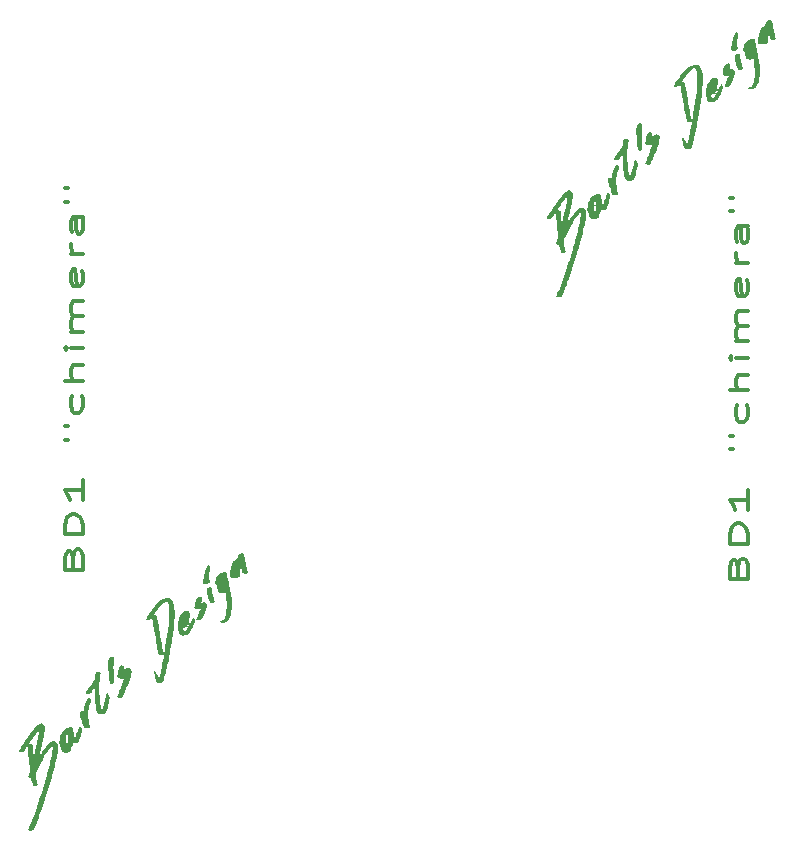
<source format=gbr>
%TF.GenerationSoftware,KiCad,Pcbnew,9.0.0-1.fc40*%
%TF.CreationDate,2025-05-08T22:38:50+02:00*%
%TF.ProjectId,CNC pcb,434e4320-7063-4622-9e6b-696361645f70,rev?*%
%TF.SameCoordinates,Original*%
%TF.FileFunction,Legend,Top*%
%TF.FilePolarity,Positive*%
%FSLAX46Y46*%
G04 Gerber Fmt 4.6, Leading zero omitted, Abs format (unit mm)*
G04 Created by KiCad (PCBNEW 9.0.0-1.fc40) date 2025-05-08 22:38:50*
%MOMM*%
%LPD*%
G01*
G04 APERTURE LIST*
%ADD10C,0.300000*%
%ADD11C,0.000000*%
G04 APERTURE END LIST*
D10*
X138015114Y-110288346D02*
X138086542Y-109859774D01*
X138086542Y-109859774D02*
X138157971Y-109716917D01*
X138157971Y-109716917D02*
X138300828Y-109574060D01*
X138300828Y-109574060D02*
X138515114Y-109574060D01*
X138515114Y-109574060D02*
X138657971Y-109716917D01*
X138657971Y-109716917D02*
X138729400Y-109859774D01*
X138729400Y-109859774D02*
X138800828Y-110145489D01*
X138800828Y-110145489D02*
X138800828Y-111288346D01*
X138800828Y-111288346D02*
X137300828Y-111288346D01*
X137300828Y-111288346D02*
X137300828Y-110288346D01*
X137300828Y-110288346D02*
X137372257Y-110002632D01*
X137372257Y-110002632D02*
X137443685Y-109859774D01*
X137443685Y-109859774D02*
X137586542Y-109716917D01*
X137586542Y-109716917D02*
X137729400Y-109716917D01*
X137729400Y-109716917D02*
X137872257Y-109859774D01*
X137872257Y-109859774D02*
X137943685Y-110002632D01*
X137943685Y-110002632D02*
X138015114Y-110288346D01*
X138015114Y-110288346D02*
X138015114Y-111288346D01*
X138800828Y-108288346D02*
X137300828Y-108288346D01*
X137300828Y-108288346D02*
X137300828Y-107574060D01*
X137300828Y-107574060D02*
X137372257Y-107145489D01*
X137372257Y-107145489D02*
X137515114Y-106859774D01*
X137515114Y-106859774D02*
X137657971Y-106716917D01*
X137657971Y-106716917D02*
X137943685Y-106574060D01*
X137943685Y-106574060D02*
X138157971Y-106574060D01*
X138157971Y-106574060D02*
X138443685Y-106716917D01*
X138443685Y-106716917D02*
X138586542Y-106859774D01*
X138586542Y-106859774D02*
X138729400Y-107145489D01*
X138729400Y-107145489D02*
X138800828Y-107574060D01*
X138800828Y-107574060D02*
X138800828Y-108288346D01*
X138800828Y-103716917D02*
X138800828Y-105431203D01*
X138800828Y-104574060D02*
X137300828Y-104574060D01*
X137300828Y-104574060D02*
X137515114Y-104859774D01*
X137515114Y-104859774D02*
X137657971Y-105145489D01*
X137657971Y-105145489D02*
X137729400Y-105431203D01*
X137300828Y-100288346D02*
X137586542Y-100288346D01*
X137300828Y-99145489D02*
X137586542Y-99145489D01*
X138729400Y-96574061D02*
X138800828Y-96859775D01*
X138800828Y-96859775D02*
X138800828Y-97431203D01*
X138800828Y-97431203D02*
X138729400Y-97716918D01*
X138729400Y-97716918D02*
X138657971Y-97859775D01*
X138657971Y-97859775D02*
X138515114Y-98002632D01*
X138515114Y-98002632D02*
X138086542Y-98002632D01*
X138086542Y-98002632D02*
X137943685Y-97859775D01*
X137943685Y-97859775D02*
X137872257Y-97716918D01*
X137872257Y-97716918D02*
X137800828Y-97431203D01*
X137800828Y-97431203D02*
X137800828Y-96859775D01*
X137800828Y-96859775D02*
X137872257Y-96574061D01*
X138800828Y-95288346D02*
X137300828Y-95288346D01*
X138800828Y-94002632D02*
X138015114Y-94002632D01*
X138015114Y-94002632D02*
X137872257Y-94145489D01*
X137872257Y-94145489D02*
X137800828Y-94431203D01*
X137800828Y-94431203D02*
X137800828Y-94859774D01*
X137800828Y-94859774D02*
X137872257Y-95145489D01*
X137872257Y-95145489D02*
X137943685Y-95288346D01*
X138800828Y-92574060D02*
X137800828Y-92574060D01*
X137300828Y-92574060D02*
X137372257Y-92716917D01*
X137372257Y-92716917D02*
X137443685Y-92574060D01*
X137443685Y-92574060D02*
X137372257Y-92431203D01*
X137372257Y-92431203D02*
X137300828Y-92574060D01*
X137300828Y-92574060D02*
X137443685Y-92574060D01*
X138800828Y-91145489D02*
X137800828Y-91145489D01*
X137943685Y-91145489D02*
X137872257Y-91002632D01*
X137872257Y-91002632D02*
X137800828Y-90716917D01*
X137800828Y-90716917D02*
X137800828Y-90288346D01*
X137800828Y-90288346D02*
X137872257Y-90002632D01*
X137872257Y-90002632D02*
X138015114Y-89859775D01*
X138015114Y-89859775D02*
X138800828Y-89859775D01*
X138015114Y-89859775D02*
X137872257Y-89716917D01*
X137872257Y-89716917D02*
X137800828Y-89431203D01*
X137800828Y-89431203D02*
X137800828Y-89002632D01*
X137800828Y-89002632D02*
X137872257Y-88716917D01*
X137872257Y-88716917D02*
X138015114Y-88574060D01*
X138015114Y-88574060D02*
X138800828Y-88574060D01*
X138729400Y-86002632D02*
X138800828Y-86288346D01*
X138800828Y-86288346D02*
X138800828Y-86859775D01*
X138800828Y-86859775D02*
X138729400Y-87145489D01*
X138729400Y-87145489D02*
X138586542Y-87288346D01*
X138586542Y-87288346D02*
X138015114Y-87288346D01*
X138015114Y-87288346D02*
X137872257Y-87145489D01*
X137872257Y-87145489D02*
X137800828Y-86859775D01*
X137800828Y-86859775D02*
X137800828Y-86288346D01*
X137800828Y-86288346D02*
X137872257Y-86002632D01*
X137872257Y-86002632D02*
X138015114Y-85859775D01*
X138015114Y-85859775D02*
X138157971Y-85859775D01*
X138157971Y-85859775D02*
X138300828Y-87288346D01*
X138800828Y-84574060D02*
X137800828Y-84574060D01*
X138086542Y-84574060D02*
X137943685Y-84431203D01*
X137943685Y-84431203D02*
X137872257Y-84288346D01*
X137872257Y-84288346D02*
X137800828Y-84002631D01*
X137800828Y-84002631D02*
X137800828Y-83716917D01*
X138800828Y-81431203D02*
X138015114Y-81431203D01*
X138015114Y-81431203D02*
X137872257Y-81574060D01*
X137872257Y-81574060D02*
X137800828Y-81859774D01*
X137800828Y-81859774D02*
X137800828Y-82431203D01*
X137800828Y-82431203D02*
X137872257Y-82716917D01*
X138729400Y-81431203D02*
X138800828Y-81716917D01*
X138800828Y-81716917D02*
X138800828Y-82431203D01*
X138800828Y-82431203D02*
X138729400Y-82716917D01*
X138729400Y-82716917D02*
X138586542Y-82859774D01*
X138586542Y-82859774D02*
X138443685Y-82859774D01*
X138443685Y-82859774D02*
X138300828Y-82716917D01*
X138300828Y-82716917D02*
X138229400Y-82431203D01*
X138229400Y-82431203D02*
X138229400Y-81716917D01*
X138229400Y-81716917D02*
X138157971Y-81431203D01*
X137300828Y-80145488D02*
X137586542Y-80145488D01*
X137300828Y-79002631D02*
X137586542Y-79002631D01*
X81715114Y-109488346D02*
X81786542Y-109059774D01*
X81786542Y-109059774D02*
X81857971Y-108916917D01*
X81857971Y-108916917D02*
X82000828Y-108774060D01*
X82000828Y-108774060D02*
X82215114Y-108774060D01*
X82215114Y-108774060D02*
X82357971Y-108916917D01*
X82357971Y-108916917D02*
X82429400Y-109059774D01*
X82429400Y-109059774D02*
X82500828Y-109345489D01*
X82500828Y-109345489D02*
X82500828Y-110488346D01*
X82500828Y-110488346D02*
X81000828Y-110488346D01*
X81000828Y-110488346D02*
X81000828Y-109488346D01*
X81000828Y-109488346D02*
X81072257Y-109202632D01*
X81072257Y-109202632D02*
X81143685Y-109059774D01*
X81143685Y-109059774D02*
X81286542Y-108916917D01*
X81286542Y-108916917D02*
X81429400Y-108916917D01*
X81429400Y-108916917D02*
X81572257Y-109059774D01*
X81572257Y-109059774D02*
X81643685Y-109202632D01*
X81643685Y-109202632D02*
X81715114Y-109488346D01*
X81715114Y-109488346D02*
X81715114Y-110488346D01*
X82500828Y-107488346D02*
X81000828Y-107488346D01*
X81000828Y-107488346D02*
X81000828Y-106774060D01*
X81000828Y-106774060D02*
X81072257Y-106345489D01*
X81072257Y-106345489D02*
X81215114Y-106059774D01*
X81215114Y-106059774D02*
X81357971Y-105916917D01*
X81357971Y-105916917D02*
X81643685Y-105774060D01*
X81643685Y-105774060D02*
X81857971Y-105774060D01*
X81857971Y-105774060D02*
X82143685Y-105916917D01*
X82143685Y-105916917D02*
X82286542Y-106059774D01*
X82286542Y-106059774D02*
X82429400Y-106345489D01*
X82429400Y-106345489D02*
X82500828Y-106774060D01*
X82500828Y-106774060D02*
X82500828Y-107488346D01*
X82500828Y-102916917D02*
X82500828Y-104631203D01*
X82500828Y-103774060D02*
X81000828Y-103774060D01*
X81000828Y-103774060D02*
X81215114Y-104059774D01*
X81215114Y-104059774D02*
X81357971Y-104345489D01*
X81357971Y-104345489D02*
X81429400Y-104631203D01*
X81000828Y-99488346D02*
X81286542Y-99488346D01*
X81000828Y-98345489D02*
X81286542Y-98345489D01*
X82429400Y-95774061D02*
X82500828Y-96059775D01*
X82500828Y-96059775D02*
X82500828Y-96631203D01*
X82500828Y-96631203D02*
X82429400Y-96916918D01*
X82429400Y-96916918D02*
X82357971Y-97059775D01*
X82357971Y-97059775D02*
X82215114Y-97202632D01*
X82215114Y-97202632D02*
X81786542Y-97202632D01*
X81786542Y-97202632D02*
X81643685Y-97059775D01*
X81643685Y-97059775D02*
X81572257Y-96916918D01*
X81572257Y-96916918D02*
X81500828Y-96631203D01*
X81500828Y-96631203D02*
X81500828Y-96059775D01*
X81500828Y-96059775D02*
X81572257Y-95774061D01*
X82500828Y-94488346D02*
X81000828Y-94488346D01*
X82500828Y-93202632D02*
X81715114Y-93202632D01*
X81715114Y-93202632D02*
X81572257Y-93345489D01*
X81572257Y-93345489D02*
X81500828Y-93631203D01*
X81500828Y-93631203D02*
X81500828Y-94059774D01*
X81500828Y-94059774D02*
X81572257Y-94345489D01*
X81572257Y-94345489D02*
X81643685Y-94488346D01*
X82500828Y-91774060D02*
X81500828Y-91774060D01*
X81000828Y-91774060D02*
X81072257Y-91916917D01*
X81072257Y-91916917D02*
X81143685Y-91774060D01*
X81143685Y-91774060D02*
X81072257Y-91631203D01*
X81072257Y-91631203D02*
X81000828Y-91774060D01*
X81000828Y-91774060D02*
X81143685Y-91774060D01*
X82500828Y-90345489D02*
X81500828Y-90345489D01*
X81643685Y-90345489D02*
X81572257Y-90202632D01*
X81572257Y-90202632D02*
X81500828Y-89916917D01*
X81500828Y-89916917D02*
X81500828Y-89488346D01*
X81500828Y-89488346D02*
X81572257Y-89202632D01*
X81572257Y-89202632D02*
X81715114Y-89059775D01*
X81715114Y-89059775D02*
X82500828Y-89059775D01*
X81715114Y-89059775D02*
X81572257Y-88916917D01*
X81572257Y-88916917D02*
X81500828Y-88631203D01*
X81500828Y-88631203D02*
X81500828Y-88202632D01*
X81500828Y-88202632D02*
X81572257Y-87916917D01*
X81572257Y-87916917D02*
X81715114Y-87774060D01*
X81715114Y-87774060D02*
X82500828Y-87774060D01*
X82429400Y-85202632D02*
X82500828Y-85488346D01*
X82500828Y-85488346D02*
X82500828Y-86059775D01*
X82500828Y-86059775D02*
X82429400Y-86345489D01*
X82429400Y-86345489D02*
X82286542Y-86488346D01*
X82286542Y-86488346D02*
X81715114Y-86488346D01*
X81715114Y-86488346D02*
X81572257Y-86345489D01*
X81572257Y-86345489D02*
X81500828Y-86059775D01*
X81500828Y-86059775D02*
X81500828Y-85488346D01*
X81500828Y-85488346D02*
X81572257Y-85202632D01*
X81572257Y-85202632D02*
X81715114Y-85059775D01*
X81715114Y-85059775D02*
X81857971Y-85059775D01*
X81857971Y-85059775D02*
X82000828Y-86488346D01*
X82500828Y-83774060D02*
X81500828Y-83774060D01*
X81786542Y-83774060D02*
X81643685Y-83631203D01*
X81643685Y-83631203D02*
X81572257Y-83488346D01*
X81572257Y-83488346D02*
X81500828Y-83202631D01*
X81500828Y-83202631D02*
X81500828Y-82916917D01*
X82500828Y-80631203D02*
X81715114Y-80631203D01*
X81715114Y-80631203D02*
X81572257Y-80774060D01*
X81572257Y-80774060D02*
X81500828Y-81059774D01*
X81500828Y-81059774D02*
X81500828Y-81631203D01*
X81500828Y-81631203D02*
X81572257Y-81916917D01*
X82429400Y-80631203D02*
X82500828Y-80916917D01*
X82500828Y-80916917D02*
X82500828Y-81631203D01*
X82500828Y-81631203D02*
X82429400Y-81916917D01*
X82429400Y-81916917D02*
X82286542Y-82059774D01*
X82286542Y-82059774D02*
X82143685Y-82059774D01*
X82143685Y-82059774D02*
X82000828Y-81916917D01*
X82000828Y-81916917D02*
X81929400Y-81631203D01*
X81929400Y-81631203D02*
X81929400Y-80916917D01*
X81929400Y-80916917D02*
X81857971Y-80631203D01*
X81000828Y-79345488D02*
X81286542Y-79345488D01*
X81000828Y-78202631D02*
X81286542Y-78202631D01*
D11*
%TO.C,REF\u002A\u002A*%
G36*
X93347481Y-111987663D02*
G01*
X93421407Y-112028161D01*
X93460245Y-112077744D01*
X93475141Y-112156773D01*
X93477205Y-112224696D01*
X93484185Y-112313197D01*
X93501961Y-112434970D01*
X93527397Y-112575299D01*
X93557352Y-112719467D01*
X93588689Y-112852758D01*
X93618269Y-112960458D01*
X93642954Y-113027847D01*
X93651236Y-113040720D01*
X93672718Y-113097057D01*
X93673135Y-113180014D01*
X93654612Y-113258687D01*
X93633924Y-113292391D01*
X93578349Y-113320704D01*
X93494177Y-113338379D01*
X93484764Y-113339211D01*
X93396712Y-113331492D01*
X93322787Y-113289936D01*
X93259394Y-113208666D01*
X93202934Y-113081807D01*
X93149811Y-112903479D01*
X93108172Y-112723909D01*
X93072412Y-112532810D01*
X93049830Y-112361050D01*
X93041346Y-112220126D01*
X93047877Y-112121528D01*
X93057549Y-112090731D01*
X93120676Y-112025856D01*
X93214947Y-111984742D01*
X93311737Y-111977567D01*
X93347481Y-111987663D01*
G37*
G36*
X85106167Y-117866741D02*
G01*
X85116115Y-117871000D01*
X85159172Y-117921977D01*
X85178680Y-118012175D01*
X85172579Y-118122629D01*
X85152068Y-118201549D01*
X85139105Y-118272058D01*
X85129628Y-118394352D01*
X85123677Y-118558291D01*
X85121291Y-118753726D01*
X85122510Y-118970516D01*
X85127371Y-119198515D01*
X85135913Y-119427579D01*
X85146614Y-119623642D01*
X85151413Y-119846306D01*
X85133369Y-120012324D01*
X85092101Y-120122863D01*
X85027238Y-120179090D01*
X84965241Y-120186557D01*
X84899373Y-120152046D01*
X84837452Y-120070652D01*
X84787317Y-119957398D01*
X84756808Y-119827308D01*
X84752074Y-119778079D01*
X84747473Y-119722110D01*
X84738481Y-119628969D01*
X84731305Y-119559374D01*
X84716495Y-119387193D01*
X84704682Y-119186502D01*
X84696069Y-118970186D01*
X84690861Y-118751131D01*
X84689259Y-118542219D01*
X84691470Y-118356339D01*
X84697695Y-118206373D01*
X84708137Y-118105208D01*
X84708318Y-118104180D01*
X84740051Y-118007092D01*
X84789837Y-117926344D01*
X84795897Y-117919895D01*
X84884566Y-117868447D01*
X84998201Y-117849170D01*
X85106167Y-117866741D01*
G37*
G36*
X93155987Y-110131392D02*
G01*
X93249892Y-110180016D01*
X93302154Y-110272864D01*
X93312327Y-110407785D01*
X93279964Y-110582637D01*
X93262088Y-110641959D01*
X93239237Y-110728214D01*
X93215954Y-110841594D01*
X93194704Y-110965744D01*
X93177959Y-111084311D01*
X93168187Y-111180942D01*
X93167857Y-111239279D01*
X93170615Y-111247875D01*
X93198703Y-111281450D01*
X93241864Y-111331744D01*
X93279916Y-111406968D01*
X93286227Y-111490523D01*
X93259755Y-111554991D01*
X93250670Y-111563011D01*
X93210155Y-111594319D01*
X93145608Y-111645832D01*
X93134164Y-111655079D01*
X93039267Y-111707019D01*
X92920416Y-111719294D01*
X92901342Y-111718310D01*
X92812181Y-111709126D01*
X92751797Y-111696625D01*
X92739909Y-111690797D01*
X92717607Y-111631067D01*
X92713650Y-111523120D01*
X92725932Y-111377295D01*
X92752350Y-111203935D01*
X92790801Y-111013383D01*
X92839185Y-110815979D01*
X92895395Y-110622066D01*
X92957330Y-110441986D01*
X93022887Y-110286080D01*
X93027533Y-110276389D01*
X93073767Y-110186390D01*
X93106869Y-110141353D01*
X93137684Y-110129030D01*
X93155987Y-110131392D01*
G37*
G36*
X83047320Y-121356916D02*
G01*
X83141651Y-121393239D01*
X83194150Y-121468268D01*
X83205610Y-121584891D01*
X83176824Y-121746000D01*
X83165306Y-121787232D01*
X83059401Y-122209722D01*
X82998039Y-122602908D01*
X82981243Y-122963821D01*
X83009037Y-123289492D01*
X83081445Y-123576951D01*
X83150067Y-123737268D01*
X83156564Y-123805681D01*
X83108281Y-123863564D01*
X83012399Y-123903186D01*
X82991861Y-123907554D01*
X82907075Y-123925618D01*
X82848934Y-123941746D01*
X82841626Y-123944756D01*
X82795864Y-123937839D01*
X82729150Y-123897738D01*
X82660071Y-123839055D01*
X82607216Y-123776397D01*
X82593206Y-123749570D01*
X82574941Y-123697989D01*
X82540779Y-123598737D01*
X82494519Y-123462962D01*
X82439962Y-123301809D01*
X82392745Y-123161654D01*
X82325466Y-122956906D01*
X82279715Y-122802208D01*
X82255205Y-122689545D01*
X82251653Y-122610903D01*
X82268772Y-122558265D01*
X82306275Y-122523620D01*
X82363878Y-122498949D01*
X82369058Y-122497260D01*
X82463259Y-122481095D01*
X82529030Y-122481653D01*
X82569548Y-122484179D01*
X82596762Y-122472664D01*
X82617056Y-122435407D01*
X82636811Y-122360705D01*
X82662324Y-122237300D01*
X82722985Y-121977842D01*
X82794635Y-121741454D01*
X82872197Y-121543957D01*
X82908558Y-121470346D01*
X82953197Y-121393802D01*
X82987834Y-121359723D01*
X83029069Y-121354541D01*
X83047320Y-121356916D01*
G37*
G36*
X92518422Y-112804587D02*
G01*
X92580389Y-112823640D01*
X92614320Y-112861128D01*
X92638070Y-112924620D01*
X92647894Y-113030659D01*
X92623836Y-113099644D01*
X92576140Y-113179580D01*
X92525636Y-113271195D01*
X92524405Y-113273539D01*
X92471631Y-113374273D01*
X92599366Y-113304639D01*
X92738827Y-113254283D01*
X92861827Y-113259126D01*
X92960450Y-113315812D01*
X93026783Y-113420983D01*
X93045950Y-113494084D01*
X93043159Y-113568476D01*
X93021908Y-113681174D01*
X92987550Y-113813209D01*
X92945439Y-113945615D01*
X92900934Y-114059427D01*
X92868609Y-114122128D01*
X92841977Y-114173516D01*
X92832267Y-114195435D01*
X92759660Y-114359948D01*
X92687548Y-114508057D01*
X92622523Y-114627135D01*
X92571174Y-114704554D01*
X92559834Y-114717359D01*
X92471147Y-114765701D01*
X92368641Y-114773135D01*
X92237809Y-114758743D01*
X92163695Y-114728338D01*
X92141501Y-114673865D01*
X92166430Y-114587267D01*
X92208656Y-114504468D01*
X92251069Y-114420347D01*
X92306392Y-114300084D01*
X92364811Y-114165253D01*
X92384084Y-114118827D01*
X92493182Y-113852629D01*
X92331777Y-113865155D01*
X92182643Y-113856504D01*
X92063640Y-113808999D01*
X91986991Y-113727602D01*
X91985485Y-113724711D01*
X91977783Y-113662442D01*
X91988746Y-113557416D01*
X92014587Y-113424695D01*
X92051514Y-113279340D01*
X92095737Y-113136414D01*
X92143467Y-113010977D01*
X92186823Y-112924612D01*
X92264826Y-112850466D01*
X92377173Y-112806514D01*
X92500057Y-112801376D01*
X92518422Y-112804587D01*
G37*
G36*
X96039332Y-109125142D02*
G01*
X96133384Y-109165366D01*
X96149049Y-109178890D01*
X96174498Y-109229451D01*
X96203379Y-109326104D01*
X96231566Y-109453376D01*
X96248718Y-109552682D01*
X96282162Y-109758833D01*
X96319696Y-109969614D01*
X96358415Y-110170260D01*
X96395417Y-110346005D01*
X96427796Y-110482089D01*
X96440624Y-110528257D01*
X96469937Y-110670611D01*
X96457390Y-110768570D01*
X96401313Y-110824988D01*
X96300038Y-110842715D01*
X96257715Y-110840673D01*
X96149017Y-110816509D01*
X96070534Y-110759567D01*
X96014599Y-110660535D01*
X95973543Y-110510098D01*
X95969787Y-110490958D01*
X95945415Y-110379454D01*
X95920598Y-110291835D01*
X95900531Y-110246323D01*
X95899796Y-110245531D01*
X95872139Y-110246446D01*
X95847995Y-110304137D01*
X95828313Y-110413405D01*
X95814041Y-110569054D01*
X95806289Y-110758184D01*
X95801637Y-110894267D01*
X95794649Y-111006232D01*
X95786379Y-111080229D01*
X95780080Y-111102376D01*
X95737342Y-111120345D01*
X95651509Y-111141873D01*
X95541107Y-111163443D01*
X95424661Y-111181533D01*
X95320699Y-111192622D01*
X95298316Y-111193912D01*
X95165472Y-111186918D01*
X95060344Y-111156790D01*
X94998054Y-111108274D01*
X94992542Y-111097915D01*
X94981594Y-111030012D01*
X94982391Y-110915296D01*
X94994088Y-110767686D01*
X95015839Y-110601103D01*
X95026768Y-110534548D01*
X95052937Y-110409506D01*
X95089828Y-110265709D01*
X95132893Y-110117599D01*
X95177588Y-109979617D01*
X95219364Y-109866207D01*
X95253675Y-109791808D01*
X95266150Y-109774203D01*
X95316750Y-109741571D01*
X95401440Y-109702378D01*
X95446296Y-109685068D01*
X95588614Y-109633764D01*
X95658690Y-109410799D01*
X95698882Y-109291660D01*
X95733193Y-109217572D01*
X95770569Y-109173357D01*
X95814509Y-109146421D01*
X95924041Y-109117953D01*
X96039332Y-109125142D01*
G37*
G36*
X91459943Y-114014434D02*
G01*
X91518867Y-114035044D01*
X91556209Y-114078236D01*
X91588104Y-114176774D01*
X91595361Y-114310557D01*
X91577601Y-114457746D01*
X91563760Y-114514249D01*
X91542822Y-114593189D01*
X91532081Y-114644379D01*
X91531699Y-114649252D01*
X91527436Y-114690481D01*
X91516438Y-114770855D01*
X91508611Y-114823531D01*
X91495693Y-114916669D01*
X91488775Y-114983496D01*
X91488446Y-115000735D01*
X91475393Y-115055073D01*
X91436153Y-115136210D01*
X91382927Y-115222223D01*
X91327917Y-115291189D01*
X91325370Y-115293764D01*
X91248896Y-115346699D01*
X91150993Y-115387154D01*
X91137540Y-115390722D01*
X91058127Y-115415183D01*
X91023984Y-115444334D01*
X91018257Y-115477275D01*
X91028698Y-115555186D01*
X91053410Y-115639924D01*
X91084086Y-115708125D01*
X91110270Y-115736146D01*
X91165054Y-115718357D01*
X91239811Y-115647072D01*
X91331679Y-115526470D01*
X91437799Y-115360725D01*
X91555308Y-115154015D01*
X91681347Y-114910514D01*
X91695600Y-114881680D01*
X91772021Y-114730319D01*
X91828814Y-114630165D01*
X91871298Y-114575638D01*
X91904792Y-114561155D01*
X91934615Y-114581135D01*
X91954537Y-114609936D01*
X91996201Y-114738001D01*
X91990882Y-114905657D01*
X91938752Y-115112198D01*
X91839982Y-115356916D01*
X91714209Y-115604034D01*
X91597690Y-115790224D01*
X91479586Y-115923250D01*
X91351396Y-116011586D01*
X91272277Y-116044612D01*
X91150496Y-116072442D01*
X91021031Y-116083137D01*
X90991926Y-116082242D01*
X90889263Y-116066548D01*
X90810059Y-116025732D01*
X90742633Y-115965447D01*
X90681511Y-115896809D01*
X90646362Y-115842527D01*
X90642690Y-115825454D01*
X90640326Y-115781694D01*
X90627287Y-115693983D01*
X90606154Y-115578962D01*
X90598808Y-115542521D01*
X90569304Y-115351131D01*
X90565329Y-115170282D01*
X90588312Y-114980403D01*
X90639679Y-114761919D01*
X90661227Y-114686547D01*
X90754874Y-114444268D01*
X90876757Y-114254101D01*
X91025309Y-114117561D01*
X91198964Y-114036161D01*
X91360315Y-114011578D01*
X91459943Y-114014434D01*
G37*
G36*
X85924916Y-118626984D02*
G01*
X85999635Y-118683047D01*
X86041342Y-118760522D01*
X86042881Y-118844457D01*
X85997096Y-118919899D01*
X85980448Y-118933519D01*
X85978204Y-118963364D01*
X85982340Y-118968306D01*
X86018077Y-118965407D01*
X86080516Y-118932015D01*
X86098183Y-118919674D01*
X86252364Y-118830711D01*
X86388512Y-118797902D01*
X86502055Y-118816851D01*
X86588419Y-118883163D01*
X86643026Y-118992444D01*
X86661308Y-119140299D01*
X86638685Y-119322331D01*
X86613695Y-119415020D01*
X86590029Y-119497842D01*
X86577775Y-119554448D01*
X86577267Y-119563233D01*
X86568082Y-119601322D01*
X86541294Y-119685207D01*
X86501158Y-119802640D01*
X86451928Y-119941367D01*
X86397855Y-120089139D01*
X86356854Y-120198082D01*
X86325333Y-120273337D01*
X86276596Y-120381708D01*
X86220798Y-120500647D01*
X86216869Y-120508831D01*
X86161624Y-120628044D01*
X86113825Y-120738866D01*
X86083259Y-120818543D01*
X86082018Y-120822368D01*
X86053409Y-120899187D01*
X86009572Y-121002806D01*
X85958210Y-121116628D01*
X85907028Y-121224061D01*
X85863732Y-121308507D01*
X85836026Y-121353374D01*
X85834926Y-121354547D01*
X85792971Y-121366036D01*
X85712445Y-121369388D01*
X85666860Y-121367578D01*
X85539281Y-121345057D01*
X85465158Y-121298467D01*
X85446945Y-121229355D01*
X85446991Y-121229007D01*
X85460580Y-121187295D01*
X85494970Y-121097514D01*
X85546556Y-120968622D01*
X85611732Y-120809572D01*
X85686890Y-120629322D01*
X85720808Y-120548877D01*
X85849674Y-120240277D01*
X85954050Y-119981769D01*
X86033697Y-119774150D01*
X86088376Y-119618213D01*
X86117847Y-119514751D01*
X86121873Y-119464561D01*
X86100213Y-119468436D01*
X86052629Y-119527170D01*
X86008026Y-119594602D01*
X85950433Y-119670850D01*
X85892635Y-119706339D01*
X85855799Y-119714347D01*
X85731515Y-119714339D01*
X85608170Y-119686414D01*
X85512863Y-119637336D01*
X85499362Y-119625389D01*
X85469122Y-119584753D01*
X85453177Y-119530139D01*
X85451718Y-119451085D01*
X85464938Y-119337134D01*
X85493027Y-119177823D01*
X85509057Y-119096103D01*
X85559074Y-118894545D01*
X85618614Y-118749984D01*
X85690701Y-118657733D01*
X85778361Y-118613103D01*
X85824339Y-118607286D01*
X85924916Y-118626984D01*
G37*
G36*
X94604291Y-110701134D02*
G01*
X94690985Y-110747390D01*
X94736492Y-110838556D01*
X94744316Y-110930866D01*
X94750889Y-111014145D01*
X94770796Y-111138355D01*
X94800690Y-111284683D01*
X94826717Y-111393951D01*
X94867746Y-111565034D01*
X94915027Y-111777263D01*
X94964860Y-112012537D01*
X95013543Y-112252753D01*
X95057377Y-112479809D01*
X95092659Y-112675603D01*
X95108286Y-112771201D01*
X95119361Y-112884587D01*
X95126504Y-113044389D01*
X95129832Y-113235129D01*
X95129461Y-113441327D01*
X95125506Y-113647506D01*
X95118085Y-113838187D01*
X95107312Y-113997890D01*
X95098472Y-114078458D01*
X95072904Y-114236748D01*
X95040906Y-114359689D01*
X94993083Y-114473775D01*
X94920046Y-114605492D01*
X94899451Y-114639813D01*
X94818058Y-114765058D01*
X94746036Y-114848611D01*
X94667425Y-114905403D01*
X94568213Y-114949631D01*
X94457540Y-114976545D01*
X94340903Y-114982213D01*
X94237073Y-114968249D01*
X94164819Y-114936273D01*
X94146025Y-114913222D01*
X94133163Y-114866900D01*
X94156918Y-114844209D01*
X94229028Y-114835944D01*
X94245280Y-114835363D01*
X94358985Y-114801617D01*
X94459460Y-114709675D01*
X94545143Y-114562263D01*
X94614468Y-114362105D01*
X94665871Y-114111925D01*
X94667710Y-114099721D01*
X94685687Y-113929355D01*
X94695506Y-113725728D01*
X94697741Y-113500737D01*
X94692967Y-113266274D01*
X94681759Y-113034233D01*
X94664692Y-112816509D01*
X94642342Y-112624994D01*
X94615282Y-112471582D01*
X94584089Y-112368168D01*
X94583994Y-112367955D01*
X94559031Y-112347801D01*
X94515564Y-112376240D01*
X94497715Y-112394301D01*
X94423189Y-112445244D01*
X94315404Y-112465925D01*
X94281862Y-112467141D01*
X94159655Y-112454756D01*
X94067997Y-112408231D01*
X94000276Y-112320060D01*
X93949882Y-112182733D01*
X93922429Y-112059012D01*
X93896061Y-111941796D01*
X93867077Y-111849727D01*
X93850636Y-111817897D01*
X93840756Y-111798768D01*
X93834866Y-111794161D01*
X93776741Y-111737704D01*
X93741328Y-111642209D01*
X93734888Y-111528444D01*
X93741429Y-111484330D01*
X93776972Y-111370699D01*
X94228675Y-111370699D01*
X94259430Y-111409104D01*
X94293538Y-111418136D01*
X94325471Y-111396402D01*
X94321668Y-111350022D01*
X94304402Y-111325467D01*
X94258875Y-111315105D01*
X94239906Y-111326761D01*
X94228675Y-111370699D01*
X93776972Y-111370699D01*
X93811750Y-111259515D01*
X93918002Y-111061236D01*
X94052809Y-110899236D01*
X94208793Y-110783258D01*
X94303562Y-110741740D01*
X94475466Y-110699387D01*
X94604291Y-110701134D01*
G37*
G36*
X82318867Y-123733877D02*
G01*
X82372311Y-123789152D01*
X82414241Y-123883629D01*
X82426385Y-123932990D01*
X82433497Y-124058154D01*
X82418607Y-124222983D01*
X82385693Y-124410823D01*
X82338731Y-124605015D01*
X82281699Y-124788903D01*
X82218574Y-124945829D01*
X82159536Y-125050666D01*
X82090046Y-125130187D01*
X82007644Y-125175496D01*
X81953131Y-125191910D01*
X81861234Y-125210152D01*
X81789302Y-125214723D01*
X81774936Y-125212634D01*
X81729188Y-125211239D01*
X81692760Y-125241699D01*
X81659811Y-125313299D01*
X81624502Y-125435321D01*
X81617612Y-125462680D01*
X81558151Y-125661470D01*
X81489119Y-125806996D01*
X81404472Y-125907925D01*
X81298165Y-125972918D01*
X81249407Y-125990433D01*
X81138059Y-126008419D01*
X81020021Y-126005177D01*
X81006585Y-126002993D01*
X80874460Y-125948281D01*
X80770017Y-125838602D01*
X80749470Y-125794347D01*
X80693992Y-125674853D01*
X80671151Y-125592061D01*
X80641082Y-125487243D01*
X80607081Y-125403586D01*
X80584861Y-125369063D01*
X80558301Y-125307935D01*
X80545085Y-125201613D01*
X80544546Y-125065327D01*
X80556020Y-124914307D01*
X80578839Y-124763785D01*
X80612337Y-124628988D01*
X80617983Y-124611822D01*
X80630145Y-124583065D01*
X81081757Y-124583065D01*
X81096441Y-124647323D01*
X81110392Y-124666525D01*
X81138421Y-124723746D01*
X81148249Y-124800909D01*
X81136946Y-124864712D01*
X81128874Y-124876389D01*
X81117386Y-124918461D01*
X81111645Y-125002619D01*
X81111285Y-125109225D01*
X81115942Y-125218640D01*
X81125251Y-125311225D01*
X81137950Y-125365432D01*
X81154175Y-125389642D01*
X81170536Y-125372916D01*
X81194316Y-125306414D01*
X81199092Y-125291219D01*
X81224828Y-125189770D01*
X81249841Y-125060847D01*
X81263073Y-124973762D01*
X81270862Y-124863241D01*
X81270227Y-124733983D01*
X81262499Y-124603267D01*
X81249012Y-124488372D01*
X81231094Y-124406576D01*
X81217230Y-124378847D01*
X81191171Y-124388361D01*
X81152098Y-124434995D01*
X81112801Y-124499465D01*
X81086073Y-124562488D01*
X81081757Y-124583065D01*
X80630145Y-124583065D01*
X80728383Y-124350776D01*
X80861606Y-124147239D01*
X81017582Y-124001295D01*
X81193136Y-123914004D01*
X81281890Y-123879944D01*
X81352112Y-123843542D01*
X81354013Y-123842261D01*
X81438235Y-123814430D01*
X81536543Y-123819973D01*
X81615837Y-123856524D01*
X81620970Y-123861314D01*
X81654570Y-123921879D01*
X81687657Y-124026903D01*
X81716202Y-124158919D01*
X81736178Y-124300460D01*
X81742634Y-124388739D01*
X81753111Y-124545169D01*
X81769580Y-124670578D01*
X81790215Y-124754853D01*
X81813188Y-124787877D01*
X81814725Y-124788008D01*
X81832891Y-124779045D01*
X81855160Y-124747672D01*
X81884362Y-124687163D01*
X81923317Y-124590792D01*
X81974852Y-124451833D01*
X82041794Y-124263558D01*
X82075662Y-124166786D01*
X82130801Y-124015336D01*
X82182397Y-123885579D01*
X82225717Y-123788571D01*
X82256034Y-123735373D01*
X82262920Y-123729044D01*
X82318867Y-123733877D01*
G37*
G36*
X83966814Y-119191704D02*
G01*
X83979714Y-119202520D01*
X84010793Y-119241902D01*
X84023799Y-119290037D01*
X84019372Y-119362900D01*
X83998147Y-119476459D01*
X83991823Y-119506007D01*
X83975184Y-119611201D01*
X83958949Y-119764159D01*
X83943954Y-119950618D01*
X83931036Y-120156320D01*
X83921034Y-120367000D01*
X83914783Y-120568399D01*
X83913120Y-120746253D01*
X83914377Y-120825778D01*
X83922967Y-121023609D01*
X83937503Y-121236913D01*
X83956782Y-121456053D01*
X83979600Y-121671393D01*
X84004755Y-121873291D01*
X84031040Y-122052114D01*
X84057256Y-122198223D01*
X84082194Y-122301980D01*
X84104656Y-122353748D01*
X84105278Y-122354398D01*
X84135825Y-122350337D01*
X84145041Y-122342678D01*
X84171865Y-122294906D01*
X84209687Y-122200275D01*
X84254290Y-122072056D01*
X84301456Y-121923521D01*
X84346964Y-121767943D01*
X84386600Y-121618592D01*
X84415619Y-121491356D01*
X84442586Y-121364546D01*
X84468125Y-121256954D01*
X84487926Y-121186345D01*
X84492688Y-121173688D01*
X84514056Y-121095273D01*
X84516830Y-121063257D01*
X84538150Y-120993436D01*
X84561952Y-120960856D01*
X84600694Y-120937265D01*
X84637413Y-120962635D01*
X84655804Y-120987617D01*
X84726959Y-121096257D01*
X84770955Y-121184059D01*
X84791802Y-121270304D01*
X84793509Y-121374266D01*
X84780080Y-121515223D01*
X84774704Y-121559507D01*
X84755863Y-121702951D01*
X84739909Y-121793356D01*
X84723565Y-121839400D01*
X84703552Y-121849764D01*
X84676593Y-121833128D01*
X84672670Y-121829670D01*
X84649492Y-121815509D01*
X84662734Y-121849011D01*
X84668964Y-121860287D01*
X84679312Y-121922419D01*
X84671671Y-122020853D01*
X84650186Y-122133949D01*
X84619001Y-122240063D01*
X84582260Y-122317555D01*
X84581074Y-122319271D01*
X84558538Y-122367082D01*
X84530796Y-122445035D01*
X84527287Y-122456246D01*
X84481824Y-122551812D01*
X84414442Y-122643115D01*
X84405862Y-122652033D01*
X84343994Y-122703502D01*
X84274814Y-122731294D01*
X84175564Y-122742866D01*
X84123444Y-122744600D01*
X84010440Y-122743335D01*
X83936024Y-122728632D01*
X83877056Y-122693097D01*
X83832315Y-122651609D01*
X83745554Y-122529677D01*
X83674115Y-122356819D01*
X83621898Y-122143070D01*
X83612501Y-122085745D01*
X83599125Y-121976528D01*
X83584063Y-121821844D01*
X83568322Y-121635980D01*
X83552908Y-121433219D01*
X83538826Y-121227848D01*
X83527081Y-121034149D01*
X83518679Y-120866407D01*
X83514626Y-120738907D01*
X83514552Y-120694301D01*
X83514204Y-120589460D01*
X83509837Y-120511945D01*
X83503102Y-120480292D01*
X83480602Y-120495634D01*
X83439618Y-120551306D01*
X83411469Y-120596993D01*
X83325358Y-120743321D01*
X83262224Y-120844884D01*
X83214695Y-120911014D01*
X83175406Y-120951047D01*
X83136986Y-120974314D01*
X83103959Y-120986486D01*
X82973713Y-121008293D01*
X82858959Y-120991963D01*
X82789191Y-120950591D01*
X82755225Y-120904638D01*
X82753341Y-120881847D01*
X82804519Y-120819059D01*
X82881165Y-120717271D01*
X82974104Y-120588934D01*
X83074161Y-120446501D01*
X83074330Y-120446257D01*
X83154213Y-120332636D01*
X83230020Y-120227944D01*
X83288073Y-120150996D01*
X83298269Y-120138225D01*
X83412851Y-119984821D01*
X83484912Y-119853178D01*
X83521450Y-119727708D01*
X83529799Y-119622360D01*
X83544069Y-119461835D01*
X83581917Y-119325722D01*
X83638426Y-119228007D01*
X83680918Y-119192711D01*
X83779739Y-119161810D01*
X83884086Y-119161771D01*
X83966814Y-119191704D01*
G37*
G36*
X89869791Y-112915792D02*
G01*
X89952417Y-112957744D01*
X90071807Y-113075361D01*
X90166680Y-113247748D01*
X90237054Y-113475193D01*
X90282949Y-113757982D01*
X90304383Y-114096400D01*
X90301375Y-114490735D01*
X90273944Y-114941273D01*
X90222110Y-115448301D01*
X90152514Y-115967432D01*
X90127603Y-116135487D01*
X90104807Y-116287172D01*
X90086131Y-116409270D01*
X90073588Y-116488564D01*
X90070710Y-116505495D01*
X90059903Y-116567257D01*
X90041461Y-116674366D01*
X90018096Y-116811007D01*
X89995919Y-116941362D01*
X89970381Y-117083506D01*
X89946350Y-117202517D01*
X89926622Y-117285420D01*
X89914514Y-117318819D01*
X89900688Y-117362210D01*
X89898134Y-117427744D01*
X89893875Y-117500921D01*
X89878462Y-117611778D01*
X89855108Y-117737659D01*
X89852312Y-117750884D01*
X89826790Y-117882946D01*
X89807234Y-118008024D01*
X89797674Y-118100160D01*
X89797513Y-118103860D01*
X89782906Y-118215508D01*
X89753259Y-118330423D01*
X89749628Y-118340741D01*
X89721900Y-118433312D01*
X89691783Y-118559144D01*
X89667132Y-118683802D01*
X89632602Y-118861797D01*
X89588939Y-119057041D01*
X89539663Y-119256464D01*
X89488295Y-119446997D01*
X89438354Y-119615571D01*
X89393359Y-119749115D01*
X89357538Y-119833260D01*
X89287103Y-119950668D01*
X89221562Y-120020867D01*
X89146029Y-120055439D01*
X89058835Y-120065608D01*
X88908636Y-120053684D01*
X88801178Y-120003129D01*
X88727517Y-119909601D01*
X88724309Y-119903207D01*
X88688477Y-119809211D01*
X88654544Y-119683729D01*
X88624713Y-119541118D01*
X88601184Y-119395736D01*
X88586158Y-119261939D01*
X88581837Y-119154084D01*
X88590422Y-119086527D01*
X88597283Y-119074646D01*
X88631366Y-119079709D01*
X88686795Y-119130847D01*
X88756131Y-119219190D01*
X88831935Y-119335870D01*
X88866128Y-119395173D01*
X88921563Y-119490660D01*
X88966591Y-119560284D01*
X88992283Y-119590341D01*
X88993502Y-119590643D01*
X89009811Y-119569317D01*
X89033182Y-119502053D01*
X89065074Y-119383923D01*
X89106949Y-119210002D01*
X89109179Y-119200409D01*
X89129088Y-119109984D01*
X89156792Y-118977806D01*
X89189996Y-118815489D01*
X89226403Y-118634640D01*
X89263719Y-118446870D01*
X89299649Y-118263788D01*
X89331896Y-118097002D01*
X89358166Y-117958126D01*
X89376162Y-117858766D01*
X89383170Y-117814634D01*
X89394230Y-117722942D01*
X89297690Y-117743051D01*
X89292404Y-117743688D01*
X89139619Y-117762103D01*
X89027962Y-117744187D01*
X88984385Y-117715968D01*
X88960622Y-117666119D01*
X88929258Y-117558524D01*
X88890986Y-117396905D01*
X88846496Y-117184988D01*
X88796481Y-116926495D01*
X88741629Y-116625152D01*
X88682633Y-116284681D01*
X88620182Y-115908806D01*
X88554969Y-115501251D01*
X88487683Y-115065740D01*
X88465658Y-114919967D01*
X88444147Y-114786912D01*
X88423655Y-114677805D01*
X88406970Y-114606600D01*
X88399154Y-114586879D01*
X88366250Y-114593424D01*
X88302586Y-114631041D01*
X88252047Y-114668207D01*
X88145200Y-114737869D01*
X88044187Y-114766479D01*
X87996356Y-114768898D01*
X87868410Y-114768898D01*
X87888582Y-114672057D01*
X87924500Y-114572558D01*
X87995029Y-114436812D01*
X88069846Y-114313106D01*
X88542413Y-114313106D01*
X88566746Y-114332807D01*
X88614739Y-114344510D01*
X88696889Y-114374842D01*
X88748862Y-114410271D01*
X88772077Y-114457191D01*
X88802402Y-114552492D01*
X88836317Y-114683445D01*
X88870299Y-114837321D01*
X88878837Y-114880159D01*
X88910363Y-115041642D01*
X88938983Y-115187499D01*
X88961938Y-115303719D01*
X88976469Y-115376291D01*
X88978335Y-115385358D01*
X88991764Y-115457925D01*
X89010260Y-115567881D01*
X89029559Y-115689760D01*
X89095380Y-116112581D01*
X89155736Y-116486875D01*
X89210210Y-116810286D01*
X89258391Y-117080458D01*
X89299864Y-117295036D01*
X89334216Y-117451664D01*
X89349238Y-117509824D01*
X89378115Y-117603974D01*
X89397824Y-117638268D01*
X89412655Y-117613399D01*
X89426899Y-117530060D01*
X89427920Y-117522526D01*
X89442640Y-117424702D01*
X89464534Y-117292474D01*
X89489192Y-117152371D01*
X89492387Y-117134872D01*
X89590872Y-116580321D01*
X89672646Y-116080064D01*
X89738318Y-115628833D01*
X89788498Y-115221362D01*
X89823794Y-114852384D01*
X89844816Y-114516632D01*
X89852172Y-114208839D01*
X89850386Y-114039708D01*
X89839179Y-113841890D01*
X89816668Y-113650999D01*
X89785287Y-113478663D01*
X89747473Y-113336510D01*
X89705658Y-113236167D01*
X89673629Y-113195708D01*
X89607705Y-113180433D01*
X89513715Y-113214459D01*
X89390232Y-113298675D01*
X89235828Y-113433970D01*
X89139095Y-113528576D01*
X88994750Y-113683633D01*
X88848820Y-113857302D01*
X88714442Y-114032759D01*
X88604750Y-114193176D01*
X88556302Y-114275109D01*
X88542413Y-114313106D01*
X88069846Y-114313106D01*
X88093161Y-114274556D01*
X88211881Y-114095528D01*
X88344179Y-113909467D01*
X88483045Y-113726110D01*
X88621464Y-113555196D01*
X88752428Y-113406463D01*
X88868922Y-113289649D01*
X88909088Y-113254709D01*
X89125517Y-113097048D01*
X89336028Y-112982553D01*
X89534396Y-112912998D01*
X89714392Y-112890153D01*
X89869791Y-112915792D01*
G37*
G36*
X79101205Y-123520910D02*
G01*
X79160449Y-123561898D01*
X79184810Y-123592598D01*
X79247800Y-123690482D01*
X79284782Y-123783851D01*
X79299823Y-123892017D01*
X79296990Y-124034294D01*
X79292041Y-124101720D01*
X79281475Y-124192841D01*
X79262226Y-124323368D01*
X79236261Y-124482742D01*
X79205546Y-124660406D01*
X79172047Y-124845805D01*
X79137731Y-125028380D01*
X79104562Y-125197575D01*
X79074509Y-125342833D01*
X79049534Y-125453597D01*
X79031607Y-125519311D01*
X79025631Y-125532266D01*
X79012997Y-125565647D01*
X78990186Y-125643983D01*
X78960572Y-125753823D01*
X78927525Y-125881721D01*
X78894416Y-126014227D01*
X78864617Y-126137894D01*
X78841500Y-126239273D01*
X78828437Y-126304915D01*
X78827473Y-126322663D01*
X78847805Y-126297707D01*
X78894246Y-126229648D01*
X78960379Y-126128200D01*
X79039783Y-126003072D01*
X79059758Y-125971150D01*
X79174261Y-125793672D01*
X79277899Y-125649396D01*
X79387980Y-125516262D01*
X79521808Y-125372211D01*
X79562332Y-125330549D01*
X79679774Y-125211577D01*
X79764737Y-125129573D01*
X79827630Y-125076689D01*
X79878860Y-125045084D01*
X79928837Y-125026910D01*
X79979855Y-125015834D01*
X80131107Y-125009847D01*
X80250870Y-125054968D01*
X80339269Y-125151628D01*
X80396432Y-125300253D01*
X80422486Y-125501271D01*
X80417557Y-125755112D01*
X80381772Y-126062204D01*
X80348013Y-126259132D01*
X80309841Y-126446667D01*
X80258418Y-126677011D01*
X80197457Y-126935368D01*
X80130661Y-127206936D01*
X80061743Y-127476917D01*
X79994408Y-127730512D01*
X79932367Y-127952923D01*
X79879546Y-128128657D01*
X79835618Y-128269523D01*
X79797399Y-128397333D01*
X79769926Y-128494953D01*
X79759949Y-128535376D01*
X79738418Y-128619627D01*
X79698967Y-128755137D01*
X79644018Y-128934572D01*
X79575994Y-129150594D01*
X79497317Y-129395867D01*
X79410409Y-129663054D01*
X79317694Y-129944820D01*
X79221593Y-130233828D01*
X79124529Y-130522742D01*
X79028924Y-130804224D01*
X78937201Y-131070940D01*
X78851781Y-131315553D01*
X78775089Y-131530726D01*
X78731093Y-131651253D01*
X78633382Y-131911716D01*
X78551492Y-132119348D01*
X78481997Y-132280283D01*
X78421471Y-132400656D01*
X78366487Y-132486601D01*
X78313620Y-132544254D01*
X78259444Y-132579748D01*
X78201841Y-132598931D01*
X78086189Y-132602483D01*
X77977172Y-132570082D01*
X77924745Y-132533500D01*
X77915325Y-132486335D01*
X77928130Y-132401529D01*
X77957469Y-132296832D01*
X77997651Y-132189995D01*
X78042986Y-132098766D01*
X78080549Y-132047518D01*
X78123288Y-131987228D01*
X78177720Y-131885765D01*
X78234944Y-131760466D01*
X78261604Y-131694857D01*
X78309776Y-131565313D01*
X78372781Y-131387154D01*
X78448197Y-131167875D01*
X78533603Y-130914965D01*
X78626576Y-130635919D01*
X78724697Y-130338226D01*
X78825543Y-130029379D01*
X78926692Y-129716871D01*
X79025725Y-129408193D01*
X79120219Y-129110837D01*
X79207752Y-128832294D01*
X79285904Y-128580057D01*
X79352253Y-128361618D01*
X79404376Y-128184468D01*
X79439855Y-128056100D01*
X79447528Y-128025587D01*
X79465277Y-127959296D01*
X79494417Y-127857404D01*
X79523864Y-127757955D01*
X79583293Y-127549213D01*
X79645111Y-127312024D01*
X79707205Y-127056479D01*
X79767454Y-126792671D01*
X79823745Y-126530692D01*
X79873959Y-126280634D01*
X79915981Y-126052588D01*
X79947693Y-125856649D01*
X79966980Y-125702905D01*
X79972020Y-125621080D01*
X79966324Y-125492053D01*
X79946811Y-125420256D01*
X79914252Y-125406920D01*
X79869420Y-125453273D01*
X79868042Y-125455371D01*
X79828565Y-125509372D01*
X79764031Y-125591325D01*
X79700490Y-125668901D01*
X79576007Y-125832540D01*
X79433443Y-126045047D01*
X79277924Y-126297770D01*
X79114581Y-126582059D01*
X78948539Y-126889259D01*
X78784928Y-127210720D01*
X78776622Y-127227583D01*
X78702309Y-127380904D01*
X78636457Y-127520841D01*
X78584765Y-127634979D01*
X78552933Y-127710903D01*
X78547141Y-127727446D01*
X78532452Y-127805806D01*
X78532810Y-127902719D01*
X78549539Y-128028366D01*
X78583961Y-128192921D01*
X78633466Y-128391533D01*
X78674444Y-128563012D01*
X78693541Y-128681446D01*
X78691355Y-128751599D01*
X78681111Y-128771520D01*
X78611544Y-128807499D01*
X78513716Y-128822460D01*
X78415335Y-128815541D01*
X78344110Y-128785884D01*
X78340021Y-128782113D01*
X78308744Y-128729017D01*
X78270547Y-128633866D01*
X78231312Y-128515302D01*
X78196920Y-128391960D01*
X78173253Y-128282478D01*
X78166800Y-128233200D01*
X78150401Y-128183537D01*
X78097273Y-128162339D01*
X78088220Y-128160854D01*
X78012265Y-128130413D01*
X77948098Y-128081678D01*
X77917734Y-128044354D01*
X77905574Y-128002697D01*
X77912664Y-127942189D01*
X77940049Y-127848311D01*
X77971545Y-127755848D01*
X77994530Y-127690300D01*
X78013111Y-127633626D01*
X78027087Y-127579229D01*
X78036257Y-127520506D01*
X78040419Y-127450854D01*
X78039374Y-127363674D01*
X78032919Y-127252364D01*
X78020856Y-127110321D01*
X78002982Y-126930945D01*
X77979095Y-126707635D01*
X77948996Y-126433788D01*
X77924575Y-126212579D01*
X77899159Y-125920541D01*
X77894096Y-125684525D01*
X77909978Y-125501755D01*
X77947398Y-125369455D01*
X78006952Y-125284852D01*
X78089232Y-125245169D01*
X78132462Y-125241224D01*
X78228814Y-125260995D01*
X78291205Y-125323072D01*
X78321630Y-125431597D01*
X78322085Y-125590718D01*
X78318810Y-125628417D01*
X78315223Y-125716299D01*
X78316884Y-125833784D01*
X78322711Y-125962065D01*
X78331625Y-126082332D01*
X78342543Y-126175777D01*
X78352850Y-126220664D01*
X78372636Y-126255154D01*
X78389099Y-126249464D01*
X78407499Y-126196133D01*
X78426787Y-126115748D01*
X78444927Y-126039630D01*
X78475075Y-125917378D01*
X78513755Y-125762920D01*
X78557487Y-125590185D01*
X78582150Y-125493543D01*
X78635955Y-125272085D01*
X78686637Y-125042539D01*
X78732193Y-124816050D01*
X78770620Y-124603764D01*
X78799914Y-124416826D01*
X78818072Y-124266383D01*
X78823090Y-124163580D01*
X78822726Y-124155173D01*
X78817261Y-124061988D01*
X78649851Y-124260707D01*
X78540442Y-124397511D01*
X78412619Y-124568096D01*
X78280147Y-124753213D01*
X78156787Y-124933613D01*
X78056300Y-125090047D01*
X78052804Y-125095775D01*
X77941426Y-125276014D01*
X77830084Y-125451336D01*
X77726591Y-125609787D01*
X77638762Y-125739411D01*
X77574414Y-125828251D01*
X77571993Y-125831356D01*
X77469500Y-125930906D01*
X77360915Y-125970791D01*
X77238685Y-125953355D01*
X77211775Y-125943129D01*
X77138774Y-125898024D01*
X77114257Y-125837798D01*
X77138001Y-125754144D01*
X77203735Y-125647274D01*
X77249315Y-125581735D01*
X77322566Y-125475392D01*
X77416290Y-125338740D01*
X77523292Y-125182272D01*
X77636373Y-125016483D01*
X77639692Y-125011611D01*
X77860393Y-124689947D01*
X78051755Y-124416998D01*
X78217336Y-124188893D01*
X78360695Y-124001765D01*
X78485390Y-123851743D01*
X78594981Y-123734959D01*
X78693025Y-123647543D01*
X78783081Y-123585627D01*
X78868709Y-123545340D01*
X78953467Y-123522814D01*
X79015768Y-123515433D01*
X79101205Y-123520910D01*
G37*
G36*
X138055384Y-66827445D02*
G01*
X138129310Y-66867943D01*
X138168148Y-66917526D01*
X138183044Y-66996555D01*
X138185108Y-67064478D01*
X138192088Y-67152979D01*
X138209864Y-67274752D01*
X138235300Y-67415081D01*
X138265255Y-67559249D01*
X138296592Y-67692540D01*
X138326172Y-67800240D01*
X138350857Y-67867629D01*
X138359139Y-67880502D01*
X138380621Y-67936839D01*
X138381038Y-68019796D01*
X138362515Y-68098469D01*
X138341827Y-68132173D01*
X138286252Y-68160486D01*
X138202080Y-68178161D01*
X138192667Y-68178993D01*
X138104615Y-68171274D01*
X138030690Y-68129718D01*
X137967297Y-68048448D01*
X137910837Y-67921589D01*
X137857714Y-67743261D01*
X137816075Y-67563691D01*
X137780315Y-67372592D01*
X137757733Y-67200832D01*
X137749249Y-67059908D01*
X137755780Y-66961310D01*
X137765452Y-66930513D01*
X137828579Y-66865638D01*
X137922850Y-66824524D01*
X138019640Y-66817349D01*
X138055384Y-66827445D01*
G37*
G36*
X129814070Y-72706523D02*
G01*
X129824018Y-72710782D01*
X129867075Y-72761759D01*
X129886583Y-72851957D01*
X129880482Y-72962411D01*
X129859971Y-73041331D01*
X129847008Y-73111840D01*
X129837531Y-73234134D01*
X129831580Y-73398073D01*
X129829194Y-73593508D01*
X129830413Y-73810298D01*
X129835274Y-74038297D01*
X129843816Y-74267361D01*
X129854517Y-74463424D01*
X129859316Y-74686088D01*
X129841272Y-74852106D01*
X129800004Y-74962645D01*
X129735141Y-75018872D01*
X129673144Y-75026339D01*
X129607276Y-74991828D01*
X129545355Y-74910434D01*
X129495220Y-74797180D01*
X129464711Y-74667090D01*
X129459977Y-74617861D01*
X129455376Y-74561892D01*
X129446384Y-74468751D01*
X129439208Y-74399156D01*
X129424398Y-74226975D01*
X129412585Y-74026284D01*
X129403972Y-73809968D01*
X129398764Y-73590913D01*
X129397162Y-73382001D01*
X129399373Y-73196121D01*
X129405598Y-73046155D01*
X129416040Y-72944990D01*
X129416221Y-72943962D01*
X129447954Y-72846874D01*
X129497740Y-72766126D01*
X129503800Y-72759677D01*
X129592469Y-72708229D01*
X129706104Y-72688952D01*
X129814070Y-72706523D01*
G37*
G36*
X137863890Y-64971174D02*
G01*
X137957795Y-65019798D01*
X138010057Y-65112646D01*
X138020230Y-65247567D01*
X137987867Y-65422419D01*
X137969991Y-65481741D01*
X137947140Y-65567996D01*
X137923857Y-65681376D01*
X137902607Y-65805526D01*
X137885862Y-65924093D01*
X137876090Y-66020724D01*
X137875760Y-66079061D01*
X137878518Y-66087657D01*
X137906606Y-66121232D01*
X137949767Y-66171526D01*
X137987819Y-66246750D01*
X137994130Y-66330305D01*
X137967658Y-66394773D01*
X137958573Y-66402793D01*
X137918058Y-66434101D01*
X137853511Y-66485614D01*
X137842067Y-66494861D01*
X137747170Y-66546801D01*
X137628319Y-66559076D01*
X137609245Y-66558092D01*
X137520084Y-66548908D01*
X137459700Y-66536407D01*
X137447812Y-66530579D01*
X137425510Y-66470849D01*
X137421553Y-66362902D01*
X137433835Y-66217077D01*
X137460253Y-66043717D01*
X137498704Y-65853165D01*
X137547088Y-65655761D01*
X137603298Y-65461848D01*
X137665233Y-65281768D01*
X137730790Y-65125862D01*
X137735436Y-65116171D01*
X137781670Y-65026172D01*
X137814772Y-64981135D01*
X137845587Y-64968812D01*
X137863890Y-64971174D01*
G37*
G36*
X127755223Y-76196698D02*
G01*
X127849554Y-76233021D01*
X127902053Y-76308050D01*
X127913513Y-76424673D01*
X127884727Y-76585782D01*
X127873209Y-76627014D01*
X127767304Y-77049504D01*
X127705942Y-77442690D01*
X127689146Y-77803603D01*
X127716940Y-78129274D01*
X127789348Y-78416733D01*
X127857970Y-78577050D01*
X127864467Y-78645463D01*
X127816184Y-78703346D01*
X127720302Y-78742968D01*
X127699764Y-78747336D01*
X127614978Y-78765400D01*
X127556837Y-78781528D01*
X127549529Y-78784538D01*
X127503767Y-78777621D01*
X127437053Y-78737520D01*
X127367974Y-78678837D01*
X127315119Y-78616179D01*
X127301109Y-78589352D01*
X127282844Y-78537771D01*
X127248682Y-78438519D01*
X127202422Y-78302744D01*
X127147865Y-78141591D01*
X127100648Y-78001436D01*
X127033369Y-77796688D01*
X126987618Y-77641990D01*
X126963108Y-77529327D01*
X126959556Y-77450685D01*
X126976675Y-77398047D01*
X127014178Y-77363402D01*
X127071781Y-77338731D01*
X127076961Y-77337042D01*
X127171162Y-77320877D01*
X127236933Y-77321435D01*
X127277451Y-77323961D01*
X127304665Y-77312446D01*
X127324959Y-77275189D01*
X127344714Y-77200487D01*
X127370227Y-77077082D01*
X127430888Y-76817624D01*
X127502538Y-76581236D01*
X127580100Y-76383739D01*
X127616461Y-76310128D01*
X127661100Y-76233584D01*
X127695737Y-76199505D01*
X127736972Y-76194323D01*
X127755223Y-76196698D01*
G37*
G36*
X137226325Y-67644369D02*
G01*
X137288292Y-67663422D01*
X137322223Y-67700910D01*
X137345973Y-67764402D01*
X137355797Y-67870441D01*
X137331739Y-67939426D01*
X137284043Y-68019362D01*
X137233539Y-68110977D01*
X137232308Y-68113321D01*
X137179534Y-68214055D01*
X137307269Y-68144421D01*
X137446730Y-68094065D01*
X137569730Y-68098908D01*
X137668353Y-68155594D01*
X137734686Y-68260765D01*
X137753853Y-68333866D01*
X137751062Y-68408258D01*
X137729811Y-68520956D01*
X137695453Y-68652991D01*
X137653342Y-68785397D01*
X137608837Y-68899209D01*
X137576512Y-68961910D01*
X137549880Y-69013298D01*
X137540170Y-69035217D01*
X137467563Y-69199730D01*
X137395451Y-69347839D01*
X137330426Y-69466917D01*
X137279077Y-69544336D01*
X137267737Y-69557141D01*
X137179050Y-69605483D01*
X137076544Y-69612917D01*
X136945712Y-69598525D01*
X136871598Y-69568120D01*
X136849404Y-69513647D01*
X136874333Y-69427049D01*
X136916559Y-69344250D01*
X136958972Y-69260129D01*
X137014295Y-69139866D01*
X137072714Y-69005035D01*
X137091987Y-68958609D01*
X137201085Y-68692411D01*
X137039680Y-68704937D01*
X136890546Y-68696286D01*
X136771543Y-68648781D01*
X136694894Y-68567384D01*
X136693388Y-68564493D01*
X136685686Y-68502224D01*
X136696649Y-68397198D01*
X136722490Y-68264477D01*
X136759417Y-68119122D01*
X136803640Y-67976196D01*
X136851370Y-67850759D01*
X136894726Y-67764394D01*
X136972729Y-67690248D01*
X137085076Y-67646296D01*
X137207960Y-67641158D01*
X137226325Y-67644369D01*
G37*
G36*
X140747235Y-63964924D02*
G01*
X140841287Y-64005148D01*
X140856952Y-64018672D01*
X140882401Y-64069233D01*
X140911282Y-64165886D01*
X140939469Y-64293158D01*
X140956621Y-64392464D01*
X140990065Y-64598615D01*
X141027599Y-64809396D01*
X141066318Y-65010042D01*
X141103320Y-65185787D01*
X141135699Y-65321871D01*
X141148527Y-65368039D01*
X141177840Y-65510393D01*
X141165293Y-65608352D01*
X141109216Y-65664770D01*
X141007941Y-65682497D01*
X140965618Y-65680455D01*
X140856920Y-65656291D01*
X140778437Y-65599349D01*
X140722502Y-65500317D01*
X140681446Y-65349880D01*
X140677690Y-65330740D01*
X140653318Y-65219236D01*
X140628501Y-65131617D01*
X140608434Y-65086105D01*
X140607699Y-65085313D01*
X140580042Y-65086228D01*
X140555898Y-65143919D01*
X140536216Y-65253187D01*
X140521944Y-65408836D01*
X140514192Y-65597966D01*
X140509540Y-65734049D01*
X140502552Y-65846014D01*
X140494282Y-65920011D01*
X140487983Y-65942158D01*
X140445245Y-65960127D01*
X140359412Y-65981655D01*
X140249010Y-66003225D01*
X140132564Y-66021315D01*
X140028602Y-66032404D01*
X140006219Y-66033694D01*
X139873375Y-66026700D01*
X139768247Y-65996572D01*
X139705957Y-65948056D01*
X139700445Y-65937697D01*
X139689497Y-65869794D01*
X139690294Y-65755078D01*
X139701991Y-65607468D01*
X139723742Y-65440885D01*
X139734671Y-65374330D01*
X139760840Y-65249288D01*
X139797731Y-65105491D01*
X139840796Y-64957381D01*
X139885491Y-64819399D01*
X139927267Y-64705989D01*
X139961578Y-64631590D01*
X139974053Y-64613985D01*
X140024653Y-64581353D01*
X140109343Y-64542160D01*
X140154199Y-64524850D01*
X140296517Y-64473546D01*
X140366593Y-64250581D01*
X140406785Y-64131442D01*
X140441096Y-64057354D01*
X140478472Y-64013139D01*
X140522412Y-63986203D01*
X140631944Y-63957735D01*
X140747235Y-63964924D01*
G37*
G36*
X136167846Y-68854216D02*
G01*
X136226770Y-68874826D01*
X136264112Y-68918018D01*
X136296007Y-69016556D01*
X136303264Y-69150339D01*
X136285504Y-69297528D01*
X136271663Y-69354031D01*
X136250725Y-69432971D01*
X136239984Y-69484161D01*
X136239602Y-69489034D01*
X136235339Y-69530263D01*
X136224341Y-69610637D01*
X136216514Y-69663313D01*
X136203596Y-69756451D01*
X136196678Y-69823278D01*
X136196349Y-69840517D01*
X136183296Y-69894855D01*
X136144056Y-69975992D01*
X136090830Y-70062005D01*
X136035820Y-70130971D01*
X136033273Y-70133546D01*
X135956799Y-70186481D01*
X135858896Y-70226936D01*
X135845443Y-70230504D01*
X135766030Y-70254965D01*
X135731887Y-70284116D01*
X135726160Y-70317057D01*
X135736601Y-70394968D01*
X135761313Y-70479706D01*
X135791989Y-70547907D01*
X135818173Y-70575928D01*
X135872957Y-70558139D01*
X135947714Y-70486854D01*
X136039582Y-70366252D01*
X136145702Y-70200507D01*
X136263211Y-69993797D01*
X136389250Y-69750296D01*
X136403503Y-69721462D01*
X136479924Y-69570101D01*
X136536717Y-69469947D01*
X136579201Y-69415420D01*
X136612695Y-69400937D01*
X136642518Y-69420917D01*
X136662440Y-69449718D01*
X136704104Y-69577783D01*
X136698785Y-69745439D01*
X136646655Y-69951980D01*
X136547885Y-70196698D01*
X136422112Y-70443816D01*
X136305593Y-70630006D01*
X136187489Y-70763032D01*
X136059299Y-70851368D01*
X135980180Y-70884394D01*
X135858399Y-70912224D01*
X135728934Y-70922919D01*
X135699829Y-70922024D01*
X135597166Y-70906330D01*
X135517962Y-70865514D01*
X135450536Y-70805229D01*
X135389414Y-70736591D01*
X135354265Y-70682309D01*
X135350593Y-70665236D01*
X135348229Y-70621476D01*
X135335190Y-70533765D01*
X135314057Y-70418744D01*
X135306711Y-70382303D01*
X135277207Y-70190913D01*
X135273232Y-70010064D01*
X135296215Y-69820185D01*
X135347582Y-69601701D01*
X135369130Y-69526329D01*
X135462777Y-69284050D01*
X135584660Y-69093883D01*
X135733212Y-68957343D01*
X135906867Y-68875943D01*
X136068218Y-68851360D01*
X136167846Y-68854216D01*
G37*
G36*
X130632819Y-73466766D02*
G01*
X130707538Y-73522829D01*
X130749245Y-73600304D01*
X130750784Y-73684239D01*
X130704999Y-73759681D01*
X130688351Y-73773301D01*
X130686107Y-73803146D01*
X130690243Y-73808088D01*
X130725980Y-73805189D01*
X130788419Y-73771797D01*
X130806086Y-73759456D01*
X130960267Y-73670493D01*
X131096415Y-73637684D01*
X131209958Y-73656633D01*
X131296322Y-73722945D01*
X131350929Y-73832226D01*
X131369211Y-73980081D01*
X131346588Y-74162113D01*
X131321598Y-74254802D01*
X131297932Y-74337624D01*
X131285678Y-74394230D01*
X131285170Y-74403015D01*
X131275985Y-74441104D01*
X131249197Y-74524989D01*
X131209061Y-74642422D01*
X131159831Y-74781149D01*
X131105758Y-74928921D01*
X131064757Y-75037864D01*
X131033236Y-75113119D01*
X130984499Y-75221490D01*
X130928701Y-75340429D01*
X130924772Y-75348613D01*
X130869527Y-75467826D01*
X130821728Y-75578648D01*
X130791162Y-75658325D01*
X130789921Y-75662150D01*
X130761312Y-75738969D01*
X130717475Y-75842588D01*
X130666113Y-75956410D01*
X130614931Y-76063843D01*
X130571635Y-76148289D01*
X130543929Y-76193156D01*
X130542829Y-76194329D01*
X130500874Y-76205818D01*
X130420348Y-76209170D01*
X130374763Y-76207360D01*
X130247184Y-76184839D01*
X130173061Y-76138249D01*
X130154848Y-76069137D01*
X130154894Y-76068789D01*
X130168483Y-76027077D01*
X130202873Y-75937296D01*
X130254459Y-75808404D01*
X130319635Y-75649354D01*
X130394793Y-75469104D01*
X130428711Y-75388659D01*
X130557577Y-75080059D01*
X130661953Y-74821551D01*
X130741600Y-74613932D01*
X130796279Y-74457995D01*
X130825750Y-74354533D01*
X130829776Y-74304343D01*
X130808116Y-74308218D01*
X130760532Y-74366952D01*
X130715929Y-74434384D01*
X130658336Y-74510632D01*
X130600538Y-74546121D01*
X130563702Y-74554129D01*
X130439418Y-74554121D01*
X130316073Y-74526196D01*
X130220766Y-74477118D01*
X130207265Y-74465171D01*
X130177025Y-74424535D01*
X130161080Y-74369921D01*
X130159621Y-74290867D01*
X130172841Y-74176916D01*
X130200930Y-74017605D01*
X130216960Y-73935885D01*
X130266977Y-73734327D01*
X130326517Y-73589766D01*
X130398604Y-73497515D01*
X130486264Y-73452885D01*
X130532242Y-73447068D01*
X130632819Y-73466766D01*
G37*
G36*
X139312194Y-65540916D02*
G01*
X139398888Y-65587172D01*
X139444395Y-65678338D01*
X139452219Y-65770648D01*
X139458792Y-65853927D01*
X139478699Y-65978137D01*
X139508593Y-66124465D01*
X139534620Y-66233733D01*
X139575649Y-66404816D01*
X139622930Y-66617045D01*
X139672763Y-66852319D01*
X139721446Y-67092535D01*
X139765280Y-67319591D01*
X139800562Y-67515385D01*
X139816189Y-67610983D01*
X139827264Y-67724369D01*
X139834407Y-67884171D01*
X139837735Y-68074911D01*
X139837364Y-68281109D01*
X139833409Y-68487288D01*
X139825988Y-68677969D01*
X139815215Y-68837672D01*
X139806375Y-68918240D01*
X139780807Y-69076530D01*
X139748809Y-69199471D01*
X139700986Y-69313557D01*
X139627949Y-69445274D01*
X139607354Y-69479595D01*
X139525961Y-69604840D01*
X139453939Y-69688393D01*
X139375328Y-69745185D01*
X139276116Y-69789413D01*
X139165443Y-69816327D01*
X139048806Y-69821995D01*
X138944976Y-69808031D01*
X138872722Y-69776055D01*
X138853928Y-69753004D01*
X138841066Y-69706682D01*
X138864821Y-69683991D01*
X138936931Y-69675726D01*
X138953183Y-69675145D01*
X139066888Y-69641399D01*
X139167363Y-69549457D01*
X139253046Y-69402045D01*
X139322371Y-69201887D01*
X139373774Y-68951707D01*
X139375613Y-68939503D01*
X139393590Y-68769137D01*
X139403409Y-68565510D01*
X139405644Y-68340519D01*
X139400870Y-68106056D01*
X139389662Y-67874015D01*
X139372595Y-67656291D01*
X139350245Y-67464776D01*
X139323185Y-67311364D01*
X139291992Y-67207950D01*
X139291897Y-67207737D01*
X139266934Y-67187583D01*
X139223467Y-67216022D01*
X139205618Y-67234083D01*
X139131092Y-67285026D01*
X139023307Y-67305707D01*
X138989765Y-67306923D01*
X138867558Y-67294538D01*
X138775900Y-67248013D01*
X138708179Y-67159842D01*
X138657785Y-67022515D01*
X138630332Y-66898794D01*
X138603964Y-66781578D01*
X138574980Y-66689509D01*
X138558539Y-66657679D01*
X138548659Y-66638550D01*
X138542769Y-66633943D01*
X138484644Y-66577486D01*
X138449231Y-66481991D01*
X138442791Y-66368226D01*
X138449332Y-66324112D01*
X138484875Y-66210481D01*
X138936578Y-66210481D01*
X138967333Y-66248886D01*
X139001441Y-66257918D01*
X139033374Y-66236184D01*
X139029571Y-66189804D01*
X139012305Y-66165249D01*
X138966778Y-66154887D01*
X138947809Y-66166543D01*
X138936578Y-66210481D01*
X138484875Y-66210481D01*
X138519653Y-66099297D01*
X138625905Y-65901018D01*
X138760712Y-65739018D01*
X138916696Y-65623040D01*
X139011465Y-65581522D01*
X139183369Y-65539169D01*
X139312194Y-65540916D01*
G37*
G36*
X127026770Y-78573659D02*
G01*
X127080214Y-78628934D01*
X127122144Y-78723411D01*
X127134288Y-78772772D01*
X127141400Y-78897936D01*
X127126510Y-79062765D01*
X127093596Y-79250605D01*
X127046634Y-79444797D01*
X126989602Y-79628685D01*
X126926477Y-79785611D01*
X126867439Y-79890448D01*
X126797949Y-79969969D01*
X126715547Y-80015278D01*
X126661034Y-80031692D01*
X126569137Y-80049934D01*
X126497205Y-80054505D01*
X126482839Y-80052416D01*
X126437091Y-80051021D01*
X126400663Y-80081481D01*
X126367714Y-80153081D01*
X126332405Y-80275103D01*
X126325515Y-80302462D01*
X126266054Y-80501252D01*
X126197022Y-80646778D01*
X126112375Y-80747707D01*
X126006068Y-80812700D01*
X125957310Y-80830215D01*
X125845962Y-80848201D01*
X125727924Y-80844959D01*
X125714488Y-80842775D01*
X125582363Y-80788063D01*
X125477920Y-80678384D01*
X125457373Y-80634129D01*
X125401895Y-80514635D01*
X125379054Y-80431843D01*
X125348985Y-80327025D01*
X125314984Y-80243368D01*
X125292764Y-80208845D01*
X125266204Y-80147717D01*
X125252988Y-80041395D01*
X125252449Y-79905109D01*
X125263923Y-79754089D01*
X125286742Y-79603567D01*
X125320240Y-79468770D01*
X125325886Y-79451604D01*
X125338048Y-79422847D01*
X125789660Y-79422847D01*
X125804344Y-79487105D01*
X125818295Y-79506307D01*
X125846324Y-79563528D01*
X125856152Y-79640691D01*
X125844849Y-79704494D01*
X125836777Y-79716171D01*
X125825289Y-79758243D01*
X125819548Y-79842401D01*
X125819188Y-79949007D01*
X125823845Y-80058422D01*
X125833154Y-80151007D01*
X125845853Y-80205214D01*
X125862078Y-80229424D01*
X125878439Y-80212698D01*
X125902219Y-80146196D01*
X125906995Y-80131001D01*
X125932731Y-80029552D01*
X125957744Y-79900629D01*
X125970976Y-79813544D01*
X125978765Y-79703023D01*
X125978130Y-79573765D01*
X125970402Y-79443049D01*
X125956915Y-79328154D01*
X125938997Y-79246358D01*
X125925133Y-79218629D01*
X125899074Y-79228143D01*
X125860001Y-79274777D01*
X125820704Y-79339247D01*
X125793976Y-79402270D01*
X125789660Y-79422847D01*
X125338048Y-79422847D01*
X125436286Y-79190558D01*
X125569509Y-78987021D01*
X125725485Y-78841077D01*
X125901039Y-78753786D01*
X125989793Y-78719726D01*
X126060015Y-78683324D01*
X126061916Y-78682043D01*
X126146138Y-78654212D01*
X126244446Y-78659755D01*
X126323740Y-78696306D01*
X126328873Y-78701096D01*
X126362473Y-78761661D01*
X126395560Y-78866685D01*
X126424105Y-78998701D01*
X126444081Y-79140242D01*
X126450537Y-79228521D01*
X126461014Y-79384951D01*
X126477483Y-79510360D01*
X126498118Y-79594635D01*
X126521091Y-79627659D01*
X126522628Y-79627790D01*
X126540794Y-79618827D01*
X126563063Y-79587454D01*
X126592265Y-79526945D01*
X126631220Y-79430574D01*
X126682755Y-79291615D01*
X126749697Y-79103340D01*
X126783565Y-79006568D01*
X126838704Y-78855118D01*
X126890300Y-78725361D01*
X126933620Y-78628353D01*
X126963937Y-78575155D01*
X126970823Y-78568826D01*
X127026770Y-78573659D01*
G37*
G36*
X128674717Y-74031486D02*
G01*
X128687617Y-74042302D01*
X128718696Y-74081684D01*
X128731702Y-74129819D01*
X128727275Y-74202682D01*
X128706050Y-74316241D01*
X128699726Y-74345789D01*
X128683087Y-74450983D01*
X128666852Y-74603941D01*
X128651857Y-74790400D01*
X128638939Y-74996102D01*
X128628937Y-75206782D01*
X128622686Y-75408181D01*
X128621023Y-75586035D01*
X128622280Y-75665560D01*
X128630870Y-75863391D01*
X128645406Y-76076695D01*
X128664685Y-76295835D01*
X128687503Y-76511175D01*
X128712658Y-76713073D01*
X128738943Y-76891896D01*
X128765159Y-77038005D01*
X128790097Y-77141762D01*
X128812559Y-77193530D01*
X128813181Y-77194180D01*
X128843728Y-77190119D01*
X128852944Y-77182460D01*
X128879768Y-77134688D01*
X128917590Y-77040057D01*
X128962193Y-76911838D01*
X129009359Y-76763303D01*
X129054867Y-76607725D01*
X129094503Y-76458374D01*
X129123522Y-76331138D01*
X129150489Y-76204328D01*
X129176028Y-76096736D01*
X129195829Y-76026127D01*
X129200591Y-76013470D01*
X129221959Y-75935055D01*
X129224733Y-75903039D01*
X129246053Y-75833218D01*
X129269855Y-75800638D01*
X129308597Y-75777047D01*
X129345316Y-75802417D01*
X129363707Y-75827399D01*
X129434862Y-75936039D01*
X129478858Y-76023841D01*
X129499705Y-76110086D01*
X129501412Y-76214048D01*
X129487983Y-76355005D01*
X129482607Y-76399289D01*
X129463766Y-76542733D01*
X129447812Y-76633138D01*
X129431468Y-76679182D01*
X129411455Y-76689546D01*
X129384496Y-76672910D01*
X129380573Y-76669452D01*
X129357395Y-76655291D01*
X129370637Y-76688793D01*
X129376867Y-76700069D01*
X129387215Y-76762201D01*
X129379574Y-76860635D01*
X129358089Y-76973731D01*
X129326904Y-77079845D01*
X129290163Y-77157337D01*
X129288977Y-77159053D01*
X129266441Y-77206864D01*
X129238699Y-77284817D01*
X129235190Y-77296028D01*
X129189727Y-77391594D01*
X129122345Y-77482897D01*
X129113765Y-77491815D01*
X129051897Y-77543284D01*
X128982717Y-77571076D01*
X128883467Y-77582648D01*
X128831347Y-77584382D01*
X128718343Y-77583117D01*
X128643927Y-77568414D01*
X128584959Y-77532879D01*
X128540218Y-77491391D01*
X128453457Y-77369459D01*
X128382018Y-77196601D01*
X128329801Y-76982852D01*
X128320404Y-76925527D01*
X128307028Y-76816310D01*
X128291966Y-76661626D01*
X128276225Y-76475762D01*
X128260811Y-76273001D01*
X128246729Y-76067630D01*
X128234984Y-75873931D01*
X128226582Y-75706189D01*
X128222529Y-75578689D01*
X128222455Y-75534083D01*
X128222107Y-75429242D01*
X128217740Y-75351727D01*
X128211005Y-75320074D01*
X128188505Y-75335416D01*
X128147521Y-75391088D01*
X128119372Y-75436775D01*
X128033261Y-75583103D01*
X127970127Y-75684666D01*
X127922598Y-75750796D01*
X127883309Y-75790829D01*
X127844889Y-75814096D01*
X127811862Y-75826268D01*
X127681616Y-75848075D01*
X127566862Y-75831745D01*
X127497094Y-75790373D01*
X127463128Y-75744420D01*
X127461244Y-75721629D01*
X127512422Y-75658841D01*
X127589068Y-75557053D01*
X127682007Y-75428716D01*
X127782064Y-75286283D01*
X127782233Y-75286039D01*
X127862116Y-75172418D01*
X127937923Y-75067726D01*
X127995976Y-74990778D01*
X128006172Y-74978007D01*
X128120754Y-74824603D01*
X128192815Y-74692960D01*
X128229353Y-74567490D01*
X128237702Y-74462142D01*
X128251972Y-74301617D01*
X128289820Y-74165504D01*
X128346329Y-74067789D01*
X128388821Y-74032493D01*
X128487642Y-74001592D01*
X128591989Y-74001553D01*
X128674717Y-74031486D01*
G37*
G36*
X134577694Y-67755574D02*
G01*
X134660320Y-67797526D01*
X134779710Y-67915143D01*
X134874583Y-68087530D01*
X134944957Y-68314975D01*
X134990852Y-68597764D01*
X135012286Y-68936182D01*
X135009278Y-69330517D01*
X134981847Y-69781055D01*
X134930013Y-70288083D01*
X134860417Y-70807214D01*
X134835506Y-70975269D01*
X134812710Y-71126954D01*
X134794034Y-71249052D01*
X134781491Y-71328346D01*
X134778613Y-71345277D01*
X134767806Y-71407039D01*
X134749364Y-71514148D01*
X134725999Y-71650789D01*
X134703822Y-71781144D01*
X134678284Y-71923288D01*
X134654253Y-72042299D01*
X134634525Y-72125202D01*
X134622417Y-72158601D01*
X134608591Y-72201992D01*
X134606037Y-72267526D01*
X134601778Y-72340703D01*
X134586365Y-72451560D01*
X134563011Y-72577441D01*
X134560215Y-72590666D01*
X134534693Y-72722728D01*
X134515137Y-72847806D01*
X134505577Y-72939942D01*
X134505416Y-72943642D01*
X134490809Y-73055290D01*
X134461162Y-73170205D01*
X134457531Y-73180523D01*
X134429803Y-73273094D01*
X134399686Y-73398926D01*
X134375035Y-73523584D01*
X134340505Y-73701579D01*
X134296842Y-73896823D01*
X134247566Y-74096246D01*
X134196198Y-74286779D01*
X134146257Y-74455353D01*
X134101262Y-74588897D01*
X134065441Y-74673042D01*
X133995006Y-74790450D01*
X133929465Y-74860649D01*
X133853932Y-74895221D01*
X133766738Y-74905390D01*
X133616539Y-74893466D01*
X133509081Y-74842911D01*
X133435420Y-74749383D01*
X133432212Y-74742989D01*
X133396380Y-74648993D01*
X133362447Y-74523511D01*
X133332616Y-74380900D01*
X133309087Y-74235518D01*
X133294061Y-74101721D01*
X133289740Y-73993866D01*
X133298325Y-73926309D01*
X133305186Y-73914428D01*
X133339269Y-73919491D01*
X133394698Y-73970629D01*
X133464034Y-74058972D01*
X133539838Y-74175652D01*
X133574031Y-74234955D01*
X133629466Y-74330442D01*
X133674494Y-74400066D01*
X133700186Y-74430123D01*
X133701405Y-74430425D01*
X133717714Y-74409099D01*
X133741085Y-74341835D01*
X133772977Y-74223705D01*
X133814852Y-74049784D01*
X133817082Y-74040191D01*
X133836991Y-73949766D01*
X133864695Y-73817588D01*
X133897899Y-73655271D01*
X133934306Y-73474422D01*
X133971622Y-73286652D01*
X134007552Y-73103570D01*
X134039799Y-72936784D01*
X134066069Y-72797908D01*
X134084065Y-72698548D01*
X134091073Y-72654416D01*
X134102133Y-72562724D01*
X134005593Y-72582833D01*
X134000307Y-72583470D01*
X133847522Y-72601885D01*
X133735865Y-72583969D01*
X133692288Y-72555750D01*
X133668525Y-72505901D01*
X133637161Y-72398306D01*
X133598889Y-72236687D01*
X133554399Y-72024770D01*
X133504384Y-71766277D01*
X133449532Y-71464934D01*
X133390536Y-71124463D01*
X133328085Y-70748588D01*
X133262872Y-70341033D01*
X133195586Y-69905522D01*
X133173561Y-69759749D01*
X133152050Y-69626694D01*
X133131558Y-69517587D01*
X133114873Y-69446382D01*
X133107057Y-69426661D01*
X133074153Y-69433206D01*
X133010489Y-69470823D01*
X132959950Y-69507989D01*
X132853103Y-69577651D01*
X132752090Y-69606261D01*
X132704259Y-69608680D01*
X132576313Y-69608680D01*
X132596485Y-69511839D01*
X132632403Y-69412340D01*
X132702932Y-69276594D01*
X132777749Y-69152888D01*
X133250316Y-69152888D01*
X133274649Y-69172589D01*
X133322642Y-69184292D01*
X133404792Y-69214624D01*
X133456765Y-69250053D01*
X133479980Y-69296973D01*
X133510305Y-69392274D01*
X133544220Y-69523227D01*
X133578202Y-69677103D01*
X133586740Y-69719941D01*
X133618266Y-69881424D01*
X133646886Y-70027281D01*
X133669841Y-70143501D01*
X133684372Y-70216073D01*
X133686238Y-70225140D01*
X133699667Y-70297707D01*
X133718163Y-70407663D01*
X133737462Y-70529542D01*
X133803283Y-70952363D01*
X133863639Y-71326657D01*
X133918113Y-71650068D01*
X133966294Y-71920240D01*
X134007767Y-72134818D01*
X134042119Y-72291446D01*
X134057141Y-72349606D01*
X134086018Y-72443756D01*
X134105727Y-72478050D01*
X134120558Y-72453181D01*
X134134802Y-72369842D01*
X134135823Y-72362308D01*
X134150543Y-72264484D01*
X134172437Y-72132256D01*
X134197095Y-71992153D01*
X134200290Y-71974654D01*
X134298775Y-71420103D01*
X134380549Y-70919846D01*
X134446221Y-70468615D01*
X134496401Y-70061144D01*
X134531697Y-69692166D01*
X134552719Y-69356414D01*
X134560075Y-69048621D01*
X134558289Y-68879490D01*
X134547082Y-68681672D01*
X134524571Y-68490781D01*
X134493190Y-68318445D01*
X134455376Y-68176292D01*
X134413561Y-68075949D01*
X134381532Y-68035490D01*
X134315608Y-68020215D01*
X134221618Y-68054241D01*
X134098135Y-68138457D01*
X133943731Y-68273752D01*
X133846998Y-68368358D01*
X133702653Y-68523415D01*
X133556723Y-68697084D01*
X133422345Y-68872541D01*
X133312653Y-69032958D01*
X133264205Y-69114891D01*
X133250316Y-69152888D01*
X132777749Y-69152888D01*
X132801064Y-69114338D01*
X132919784Y-68935310D01*
X133052082Y-68749249D01*
X133190948Y-68565892D01*
X133329367Y-68394978D01*
X133460331Y-68246245D01*
X133576825Y-68129431D01*
X133616991Y-68094491D01*
X133833420Y-67936830D01*
X134043931Y-67822335D01*
X134242299Y-67752780D01*
X134422295Y-67729935D01*
X134577694Y-67755574D01*
G37*
G36*
X123809108Y-78360692D02*
G01*
X123868352Y-78401680D01*
X123892713Y-78432380D01*
X123955703Y-78530264D01*
X123992685Y-78623633D01*
X124007726Y-78731799D01*
X124004893Y-78874076D01*
X123999944Y-78941502D01*
X123989378Y-79032623D01*
X123970129Y-79163150D01*
X123944164Y-79322524D01*
X123913449Y-79500188D01*
X123879950Y-79685587D01*
X123845634Y-79868162D01*
X123812465Y-80037357D01*
X123782412Y-80182615D01*
X123757437Y-80293379D01*
X123739510Y-80359093D01*
X123733534Y-80372048D01*
X123720900Y-80405429D01*
X123698089Y-80483765D01*
X123668475Y-80593605D01*
X123635428Y-80721503D01*
X123602319Y-80854009D01*
X123572520Y-80977676D01*
X123549403Y-81079055D01*
X123536340Y-81144697D01*
X123535376Y-81162445D01*
X123555708Y-81137489D01*
X123602149Y-81069430D01*
X123668282Y-80967982D01*
X123747686Y-80842854D01*
X123767661Y-80810932D01*
X123882164Y-80633454D01*
X123985802Y-80489178D01*
X124095883Y-80356044D01*
X124229711Y-80211993D01*
X124270235Y-80170331D01*
X124387677Y-80051359D01*
X124472640Y-79969355D01*
X124535533Y-79916471D01*
X124586763Y-79884866D01*
X124636740Y-79866692D01*
X124687758Y-79855616D01*
X124839010Y-79849629D01*
X124958773Y-79894750D01*
X125047172Y-79991410D01*
X125104335Y-80140035D01*
X125130389Y-80341053D01*
X125125460Y-80594894D01*
X125089675Y-80901986D01*
X125055916Y-81098914D01*
X125017744Y-81286449D01*
X124966321Y-81516793D01*
X124905360Y-81775150D01*
X124838564Y-82046718D01*
X124769646Y-82316699D01*
X124702311Y-82570294D01*
X124640270Y-82792705D01*
X124587449Y-82968439D01*
X124543521Y-83109305D01*
X124505302Y-83237115D01*
X124477829Y-83334735D01*
X124467852Y-83375158D01*
X124446321Y-83459409D01*
X124406870Y-83594919D01*
X124351921Y-83774354D01*
X124283897Y-83990376D01*
X124205220Y-84235649D01*
X124118312Y-84502836D01*
X124025597Y-84784602D01*
X123929496Y-85073610D01*
X123832432Y-85362524D01*
X123736827Y-85644006D01*
X123645104Y-85910722D01*
X123559684Y-86155335D01*
X123482992Y-86370508D01*
X123438996Y-86491035D01*
X123341285Y-86751498D01*
X123259395Y-86959130D01*
X123189900Y-87120065D01*
X123129374Y-87240438D01*
X123074390Y-87326383D01*
X123021523Y-87384036D01*
X122967347Y-87419530D01*
X122909744Y-87438713D01*
X122794092Y-87442265D01*
X122685075Y-87409864D01*
X122632648Y-87373282D01*
X122623228Y-87326117D01*
X122636033Y-87241311D01*
X122665372Y-87136614D01*
X122705554Y-87029777D01*
X122750889Y-86938548D01*
X122788452Y-86887300D01*
X122831191Y-86827010D01*
X122885623Y-86725547D01*
X122942847Y-86600248D01*
X122969507Y-86534639D01*
X123017679Y-86405095D01*
X123080684Y-86226936D01*
X123156100Y-86007657D01*
X123241506Y-85754747D01*
X123334479Y-85475701D01*
X123432600Y-85178008D01*
X123533446Y-84869161D01*
X123634595Y-84556653D01*
X123733628Y-84247975D01*
X123828122Y-83950619D01*
X123915655Y-83672076D01*
X123993807Y-83419839D01*
X124060156Y-83201400D01*
X124112279Y-83024250D01*
X124147758Y-82895882D01*
X124155431Y-82865369D01*
X124173180Y-82799078D01*
X124202320Y-82697186D01*
X124231767Y-82597737D01*
X124291196Y-82388995D01*
X124353014Y-82151806D01*
X124415108Y-81896261D01*
X124475357Y-81632453D01*
X124531648Y-81370474D01*
X124581862Y-81120416D01*
X124623884Y-80892370D01*
X124655596Y-80696431D01*
X124674883Y-80542687D01*
X124679923Y-80460862D01*
X124674227Y-80331835D01*
X124654714Y-80260038D01*
X124622155Y-80246702D01*
X124577323Y-80293055D01*
X124575945Y-80295153D01*
X124536468Y-80349154D01*
X124471934Y-80431107D01*
X124408393Y-80508683D01*
X124283910Y-80672322D01*
X124141346Y-80884829D01*
X123985827Y-81137552D01*
X123822484Y-81421841D01*
X123656442Y-81729041D01*
X123492831Y-82050502D01*
X123484525Y-82067365D01*
X123410212Y-82220686D01*
X123344360Y-82360623D01*
X123292668Y-82474761D01*
X123260836Y-82550685D01*
X123255044Y-82567228D01*
X123240355Y-82645588D01*
X123240713Y-82742501D01*
X123257442Y-82868148D01*
X123291864Y-83032703D01*
X123341369Y-83231315D01*
X123382347Y-83402794D01*
X123401444Y-83521228D01*
X123399258Y-83591381D01*
X123389014Y-83611302D01*
X123319447Y-83647281D01*
X123221619Y-83662242D01*
X123123238Y-83655323D01*
X123052013Y-83625666D01*
X123047924Y-83621895D01*
X123016647Y-83568799D01*
X122978450Y-83473648D01*
X122939215Y-83355084D01*
X122904823Y-83231742D01*
X122881156Y-83122260D01*
X122874703Y-83072982D01*
X122858304Y-83023319D01*
X122805176Y-83002121D01*
X122796123Y-83000636D01*
X122720168Y-82970195D01*
X122656001Y-82921460D01*
X122625637Y-82884136D01*
X122613477Y-82842479D01*
X122620567Y-82781971D01*
X122647952Y-82688093D01*
X122679448Y-82595630D01*
X122702433Y-82530082D01*
X122721014Y-82473408D01*
X122734990Y-82419011D01*
X122744160Y-82360288D01*
X122748322Y-82290636D01*
X122747277Y-82203456D01*
X122740822Y-82092146D01*
X122728759Y-81950103D01*
X122710885Y-81770727D01*
X122686998Y-81547417D01*
X122656899Y-81273570D01*
X122632478Y-81052361D01*
X122607062Y-80760323D01*
X122601999Y-80524307D01*
X122617881Y-80341537D01*
X122655301Y-80209237D01*
X122714855Y-80124634D01*
X122797135Y-80084951D01*
X122840365Y-80081006D01*
X122936717Y-80100777D01*
X122999108Y-80162854D01*
X123029533Y-80271379D01*
X123029988Y-80430500D01*
X123026713Y-80468199D01*
X123023126Y-80556081D01*
X123024787Y-80673566D01*
X123030614Y-80801847D01*
X123039528Y-80922114D01*
X123050446Y-81015559D01*
X123060753Y-81060446D01*
X123080539Y-81094936D01*
X123097002Y-81089246D01*
X123115402Y-81035915D01*
X123134690Y-80955530D01*
X123152830Y-80879412D01*
X123182978Y-80757160D01*
X123221658Y-80602702D01*
X123265390Y-80429967D01*
X123290053Y-80333325D01*
X123343858Y-80111867D01*
X123394540Y-79882321D01*
X123440096Y-79655832D01*
X123478523Y-79443546D01*
X123507817Y-79256608D01*
X123525975Y-79106165D01*
X123530993Y-79003362D01*
X123530629Y-78994955D01*
X123525164Y-78901770D01*
X123357754Y-79100489D01*
X123248345Y-79237293D01*
X123120522Y-79407878D01*
X122988050Y-79592995D01*
X122864690Y-79773395D01*
X122764203Y-79929829D01*
X122760707Y-79935557D01*
X122649329Y-80115796D01*
X122537987Y-80291118D01*
X122434494Y-80449569D01*
X122346665Y-80579193D01*
X122282317Y-80668033D01*
X122279896Y-80671138D01*
X122177403Y-80770688D01*
X122068818Y-80810573D01*
X121946588Y-80793137D01*
X121919678Y-80782911D01*
X121846677Y-80737806D01*
X121822160Y-80677580D01*
X121845904Y-80593926D01*
X121911638Y-80487056D01*
X121957218Y-80421517D01*
X122030469Y-80315174D01*
X122124193Y-80178522D01*
X122231195Y-80022054D01*
X122344276Y-79856265D01*
X122347595Y-79851393D01*
X122568296Y-79529729D01*
X122759658Y-79256780D01*
X122925239Y-79028675D01*
X123068598Y-78841547D01*
X123193293Y-78691525D01*
X123302884Y-78574741D01*
X123400928Y-78487325D01*
X123490984Y-78425409D01*
X123576612Y-78385122D01*
X123661370Y-78362596D01*
X123723671Y-78355215D01*
X123809108Y-78360692D01*
G37*
%TD*%
M02*

</source>
